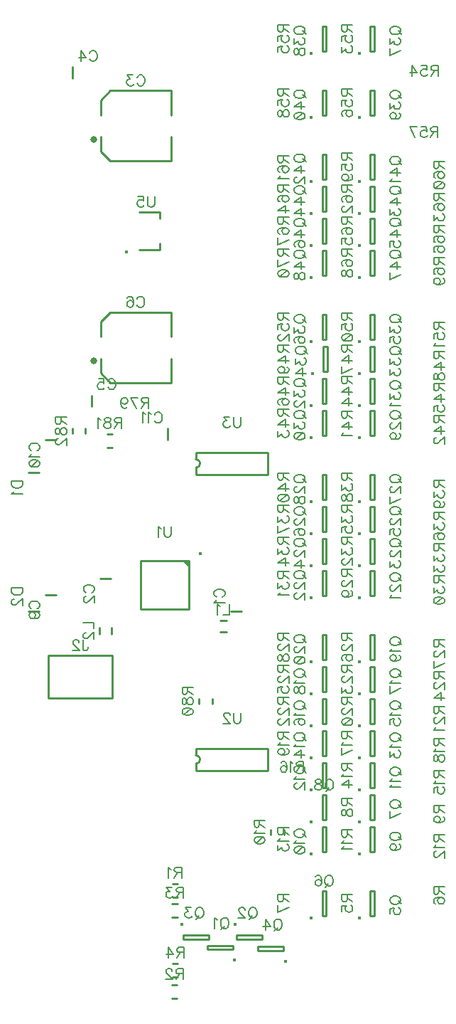
<source format=gbr>
G04 DipTrace 3.3.1.3*
G04 BottomSilk.gbr*
%MOIN*%
G04 #@! TF.FileFunction,Legend,Bot*
G04 #@! TF.Part,Single*
%ADD10C,0.009843*%
%ADD19C,0.031451*%
%ADD26C,0.015404*%
%ADD28C,0.015422*%
%ADD32O,0.016542X0.016422*%
%ADD37C,0.01542*%
%ADD85C,0.00772*%
%FSLAX26Y26*%
G04*
G70*
G90*
G75*
G01*
G04 BotSilk*
%LPD*%
X1611881Y2314841D2*
D10*
X1663022D1*
X1050522Y2466310D2*
X999381D1*
X1046643Y4422450D2*
X1331840D1*
X1001719Y4467330D2*
X1046643Y4422450D1*
Y4752450D2*
X1331840D1*
X1001719Y4707570D2*
X1046643Y4752450D1*
X1001719Y4536267D2*
Y4467330D1*
Y4707570D2*
Y4638633D1*
X1331840Y4536267D2*
Y4422450D1*
Y4752450D2*
Y4638633D1*
D19*
X969919Y4524453D3*
X871092Y4863022D2*
D10*
Y4811881D1*
X958593Y3325521D2*
Y3274379D1*
X1046643Y3384951D2*
X1331840D1*
X1001719Y3429831D2*
X1046643Y3384951D1*
Y3714951D2*
X1331840D1*
X1001719Y3670071D2*
X1046643Y3714951D1*
X1001719Y3498768D2*
Y3429831D1*
Y3670071D2*
Y3601134D1*
X1331840Y3498768D2*
Y3384951D1*
Y3714951D2*
Y3601134D1*
D19*
X969919Y3486954D3*
X794272Y2391310D2*
D10*
X743130D1*
X794272Y3116310D2*
X743130D1*
X1316311Y3118130D2*
Y3169272D1*
X713022Y2962332D2*
X661881D1*
Y2312571D2*
X713022D1*
X947902Y2106201D2*
X756202D1*
X1056202D2*
X756202D1*
X1056202Y1906201D2*
X756202D1*
X1056202Y2106201D2*
Y1906201D1*
X756202Y2106201D2*
Y1906201D1*
X1594171Y2216110D2*
X1562671D1*
X1594171Y2271228D2*
X1562671D1*
X1052542Y2237920D2*
Y2206420D1*
X997424Y2237920D2*
Y2206420D1*
D26*
X1630802Y678993D3*
X1621601Y729135D2*
D10*
X1503496D1*
Y748820D1*
X1621601D1*
Y729135D1*
D26*
X1631604Y845910D3*
X1640805Y795768D2*
D10*
X1758909D1*
Y776083D1*
X1640805D1*
Y795768D1*
D26*
X1381604Y845910D3*
X1390805Y795768D2*
D10*
X1508909D1*
Y776083D1*
X1390805D1*
Y795768D1*
D26*
X1868300Y672741D3*
X1859100Y722883D2*
D10*
X1740995D1*
Y742568D1*
X1859100D1*
Y722883D1*
D28*
X2216492Y876386D3*
X2266634Y885587D2*
D10*
Y1003692D1*
X2286319D1*
Y885587D1*
X2266634D1*
D28*
X1991492Y876386D3*
X2041634Y885587D2*
D10*
Y1003692D1*
X2061319D1*
Y885587D1*
X2041634D1*
D28*
X2216492Y1326385D3*
X2266634Y1335585D2*
D10*
Y1453690D1*
X2286319D1*
Y1335585D1*
X2266634D1*
D28*
X1991492Y1326385D3*
X2041634Y1335585D2*
D10*
Y1453690D1*
X2061319D1*
Y1335585D1*
X2041634D1*
D28*
X2216492Y1176386D3*
X2266634Y1185587D2*
D10*
Y1303692D1*
X2286319D1*
Y1185587D1*
X2266634D1*
D28*
X1991492Y1176386D3*
X2041634Y1185587D2*
D10*
Y1303692D1*
X2061319D1*
Y1185587D1*
X2041634D1*
D28*
X2216492Y1476386D3*
X2266634Y1485587D2*
D10*
Y1603692D1*
X2286319D1*
Y1485587D1*
X2266634D1*
D28*
X1991492Y1476386D3*
X2041634Y1485587D2*
D10*
Y1603692D1*
X2061319D1*
Y1485587D1*
X2041634D1*
D28*
X2216492Y1626385D3*
X2266634Y1635585D2*
D10*
Y1753690D1*
X2286319D1*
Y1635585D1*
X2266634D1*
D28*
X1991492Y1626385D3*
X2041634Y1635585D2*
D10*
Y1753690D1*
X2061319D1*
Y1635585D1*
X2041634D1*
D28*
X2216492Y1776386D3*
X2266634Y1785587D2*
D10*
Y1903692D1*
X2286319D1*
Y1785587D1*
X2266634D1*
D28*
X1991492Y1776386D3*
X2041634Y1785587D2*
D10*
Y1903692D1*
X2061319D1*
Y1785587D1*
X2041634D1*
D28*
X2216492Y1926385D3*
X2266634Y1935585D2*
D10*
Y2053690D1*
X2286319D1*
Y1935585D1*
X2266634D1*
D28*
X1991492Y1926385D3*
X2041634Y1935585D2*
D10*
Y2053690D1*
X2061319D1*
Y1935585D1*
X2041634D1*
D28*
X2216492Y2076386D3*
X2266634Y2085587D2*
D10*
Y2203692D1*
X2286319D1*
Y2085587D1*
X2266634D1*
D28*
X1991492Y2076386D3*
X2041634Y2085587D2*
D10*
Y2203692D1*
X2061319D1*
Y2085587D1*
X2041634D1*
D28*
X2216492Y2376386D3*
X2266634Y2385587D2*
D10*
Y2503692D1*
X2286319D1*
Y2385587D1*
X2266634D1*
D28*
X1991492Y2376386D3*
X2041634Y2385587D2*
D10*
Y2503692D1*
X2061319D1*
Y2385587D1*
X2041634D1*
D28*
X2216492Y2526386D3*
X2266634Y2535587D2*
D10*
Y2653692D1*
X2286319D1*
Y2535587D1*
X2266634D1*
D28*
X1991492Y2526386D3*
X2041634Y2535587D2*
D10*
Y2653692D1*
X2061319D1*
Y2535587D1*
X2041634D1*
D28*
X2216492Y2676386D3*
X2266634Y2685587D2*
D10*
Y2803692D1*
X2286319D1*
Y2685587D1*
X2266634D1*
D28*
X1991492Y2676386D3*
X2041634Y2685587D2*
D10*
Y2803692D1*
X2061319D1*
Y2685587D1*
X2041634D1*
D28*
X2216492Y2826386D3*
X2266634Y2835587D2*
D10*
Y2953692D1*
X2286319D1*
Y2835587D1*
X2266634D1*
D28*
X1991492Y2826386D3*
X2041634Y2835587D2*
D10*
Y2953692D1*
X2061319D1*
Y2835587D1*
X2041634D1*
D28*
X2216492Y3126386D3*
X2266634Y3135587D2*
D10*
Y3253692D1*
X2286319D1*
Y3135587D1*
X2266634D1*
D28*
X1991492Y3126386D3*
X2041634Y3135587D2*
D10*
Y3253692D1*
X2061319D1*
Y3135587D1*
X2041634D1*
D28*
X2216492Y3276386D3*
X2266634Y3285587D2*
D10*
Y3403692D1*
X2286319D1*
Y3285587D1*
X2266634D1*
D28*
X1991492Y3276386D3*
X2041634Y3285587D2*
D10*
Y3403692D1*
X2061319D1*
Y3285587D1*
X2041634D1*
D28*
X2216492Y3426386D3*
X2266634Y3435587D2*
D10*
Y3553692D1*
X2286319D1*
Y3435587D1*
X2266634D1*
D28*
X1997743Y3426386D3*
X2047884Y3435587D2*
D10*
Y3553692D1*
X2067570D1*
Y3435587D1*
X2047884D1*
D28*
X2216492Y3576386D3*
X2266634Y3585587D2*
D10*
Y3703692D1*
X2286319D1*
Y3585587D1*
X2266634D1*
D28*
X1991492Y3576386D3*
X2041634Y3585587D2*
D10*
Y3703692D1*
X2061319D1*
Y3585587D1*
X2041634D1*
D28*
X2216492Y4926386D3*
X2266634Y4935587D2*
D10*
Y5053692D1*
X2286319D1*
Y4935587D1*
X2266634D1*
D28*
X1991492Y4926386D3*
X2041634Y4935587D2*
D10*
Y5053692D1*
X2061319D1*
Y4935587D1*
X2041634D1*
D28*
X2216492Y4626386D3*
X2266634Y4635587D2*
D10*
Y4753692D1*
X2286319D1*
Y4635587D1*
X2266634D1*
D28*
X1991492Y4626386D3*
X2041634Y4635587D2*
D10*
Y4753692D1*
X2061319D1*
Y4635587D1*
X2041634D1*
D28*
X2216492Y4326386D3*
X2266634Y4335587D2*
D10*
Y4453692D1*
X2286319D1*
Y4335587D1*
X2266634D1*
D28*
X1991492Y4326386D3*
X2041634Y4335587D2*
D10*
Y4453692D1*
X2061319D1*
Y4335587D1*
X2041634D1*
D28*
X2216492Y4176386D3*
X2266634Y4185587D2*
D10*
Y4303692D1*
X2286319D1*
Y4185587D1*
X2266634D1*
D28*
X1991492Y4176386D3*
X2041634Y4185587D2*
D10*
Y4303692D1*
X2061319D1*
Y4185587D1*
X2041634D1*
D28*
X2216492Y4026386D3*
X2266634Y4035587D2*
D10*
Y4153692D1*
X2286319D1*
Y4035587D1*
X2266634D1*
D28*
X1991492Y4026386D3*
X2041634Y4035587D2*
D10*
Y4153692D1*
X2061319D1*
Y4035587D1*
X2041634D1*
D28*
X2216492Y3876386D3*
X2266634Y3885587D2*
D10*
Y4003692D1*
X2286319D1*
Y3885587D1*
X2266634D1*
D28*
X1991492Y3876386D3*
X2041634Y3885587D2*
D10*
Y4003692D1*
X2061319D1*
Y3885587D1*
X2041634D1*
X1362864Y974736D2*
X1339304D1*
X1362864Y1037665D2*
X1339304D1*
X1336007Y562665D2*
X1359566D1*
X1336007Y499736D2*
X1359566D1*
X1338073Y943916D2*
X1361633D1*
X1338073Y880987D2*
X1361633D1*
X1362864Y599736D2*
X1339304D1*
X1362864Y662665D2*
X1339304D1*
X1799738Y1268289D2*
Y1291848D1*
X1862667Y1268289D2*
Y1291848D1*
X1462236Y1880789D2*
Y1904348D1*
X1525165Y1880789D2*
Y1904348D1*
X1056613Y3080987D2*
X1033054D1*
X1056613Y3143916D2*
X1033054D1*
X931416Y3169113D2*
Y3145554D1*
X868487Y3169113D2*
Y3145554D1*
X1417508Y2551929D2*
X1189185D1*
Y2323565D1*
X1417508D1*
Y2551929D1*
D32*
X1469161Y2583044D3*
G36*
X1417508Y2551929D2*
Y2520436D1*
X1386015Y2551929D1*
X1417508D1*
G37*
X1449404Y1670873D2*
D10*
X1787997D1*
X1449404Y1568497D2*
X1787997D1*
Y1670873D2*
Y1568497D1*
X1449404Y1670873D2*
Y1639380D1*
Y1599991D2*
Y1568497D1*
Y1639380D2*
G02X1449404Y1599991I12J-19694D01*
G01*
Y3057339D2*
X1787997D1*
X1449404Y2954963D2*
X1787997D1*
Y3057339D2*
Y2954963D1*
X1449404Y3057339D2*
Y3025845D1*
Y2986456D2*
Y2954963D1*
Y3025845D2*
G02X1449404Y2986456I12J-19694D01*
G01*
X1183085Y4007923D2*
X1281491D1*
Y4037464D1*
Y4155549D2*
Y4185089D1*
X1183085D1*
D37*
X1124455Y3998826D3*
X1546639Y2381499D2*
D85*
X1541886Y2383876D1*
X1537077Y2388684D1*
X1534701Y2393438D1*
Y2402999D1*
X1537077Y2407808D1*
X1541886Y2412561D1*
X1546639Y2414993D1*
X1553824Y2417369D1*
X1565818D1*
X1572947Y2414993D1*
X1577756Y2412561D1*
X1582509Y2407808D1*
X1584941Y2402999D1*
Y2393437D1*
X1582509Y2388684D1*
X1577756Y2383876D1*
X1572947Y2381499D1*
X1544318Y2366060D2*
X1541886Y2361252D1*
X1534756Y2354067D1*
X1584941D1*
X934139Y2401964D2*
X929386Y2404341D1*
X924577Y2409150D1*
X922201Y2413903D1*
Y2423464D1*
X924577Y2428273D1*
X929386Y2433026D1*
X934139Y2435458D1*
X941324Y2437834D1*
X953318D1*
X960447Y2435458D1*
X965256Y2433026D1*
X970009Y2428273D1*
X972441Y2423464D1*
Y2413903D1*
X970009Y2409149D1*
X965256Y2404341D1*
X960447Y2401964D1*
X934194Y2384093D2*
X931818D1*
X927009Y2381717D1*
X924633Y2379340D1*
X922256Y2374532D1*
Y2364970D1*
X924633Y2360217D1*
X927009Y2357840D1*
X931818Y2355409D1*
X936571D1*
X941379Y2357840D1*
X948509Y2362594D1*
X972441Y2386525D1*
Y2353032D1*
X1173311Y4813735D2*
X1175687Y4818488D1*
X1180496Y4823297D1*
X1185249Y4825673D1*
X1194811D1*
X1199619Y4823297D1*
X1204372Y4818488D1*
X1206804Y4813735D1*
X1209181Y4806550D1*
Y4794556D1*
X1206804Y4787427D1*
X1204372Y4782618D1*
X1199619Y4777865D1*
X1194811Y4775433D1*
X1185249D1*
X1180496Y4777865D1*
X1175687Y4782618D1*
X1173311Y4787427D1*
X1153063Y4825618D2*
X1126810D1*
X1141125Y4806495D1*
X1133940D1*
X1129187Y4804118D1*
X1126810Y4801741D1*
X1124378Y4794556D1*
Y4789803D1*
X1126810Y4782618D1*
X1131563Y4777810D1*
X1138748Y4775433D1*
X1145933D1*
X1153063Y4777810D1*
X1155440Y4780242D1*
X1157872Y4784995D1*
X949688Y4928264D2*
X952065Y4933017D1*
X956873Y4937825D1*
X961626Y4940202D1*
X971188D1*
X975996Y4937825D1*
X980750Y4933017D1*
X983181Y4928264D1*
X985558Y4921079D1*
Y4909085D1*
X983181Y4901956D1*
X980750Y4897147D1*
X975996Y4892394D1*
X971188Y4889962D1*
X961626D1*
X956873Y4892394D1*
X952065Y4897147D1*
X949688Y4901956D1*
X910317Y4889962D2*
Y4940147D1*
X934249Y4906709D1*
X898379D1*
X1036001Y3390763D2*
X1038378Y3395516D1*
X1043186Y3400324D1*
X1047939Y3402701D1*
X1057501D1*
X1062309Y3400324D1*
X1067063Y3395516D1*
X1069494Y3390763D1*
X1071871Y3383578D1*
Y3371584D1*
X1069494Y3364454D1*
X1067063Y3359646D1*
X1062309Y3354893D1*
X1057501Y3352461D1*
X1047939D1*
X1043186Y3354893D1*
X1038378Y3359646D1*
X1036001Y3364454D1*
X991877Y3402645D2*
X1015753D1*
X1018130Y3381146D1*
X1015753Y3383522D1*
X1008568Y3385954D1*
X1001439D1*
X994254Y3383522D1*
X989445Y3378769D1*
X987069Y3371584D1*
Y3366831D1*
X989445Y3359646D1*
X994254Y3354837D1*
X1001439Y3352461D1*
X1008568D1*
X1015753Y3354837D1*
X1018130Y3357269D1*
X1020562Y3362022D1*
X1172095Y3776236D2*
X1174472Y3780989D1*
X1179280Y3785798D1*
X1184033Y3788175D1*
X1193595D1*
X1198403Y3785798D1*
X1203156Y3780989D1*
X1205588Y3776236D1*
X1207965Y3769051D1*
Y3757058D1*
X1205588Y3749928D1*
X1203156Y3745120D1*
X1198403Y3740366D1*
X1193595Y3737935D1*
X1184033D1*
X1179280Y3740366D1*
X1174472Y3745120D1*
X1172095Y3749928D1*
X1127971Y3780989D2*
X1130347Y3785743D1*
X1137532Y3788119D1*
X1142286D1*
X1149471Y3785743D1*
X1154279Y3778558D1*
X1156656Y3766619D1*
Y3754681D1*
X1154279Y3745120D1*
X1149471Y3740311D1*
X1142286Y3737935D1*
X1139909D1*
X1132779Y3740311D1*
X1127971Y3745120D1*
X1125594Y3752305D1*
Y3754681D1*
X1127971Y3761866D1*
X1132779Y3766619D1*
X1139909Y3768996D1*
X1142286D1*
X1149471Y3766619D1*
X1154279Y3761866D1*
X1156656Y3754681D1*
X677888Y2325776D2*
X673135Y2328153D1*
X668327Y2332961D1*
X665950Y2337714D1*
Y2347276D1*
X668327Y2352084D1*
X673135Y2356838D1*
X677888Y2359269D1*
X685073Y2361646D1*
X697067D1*
X704197Y2359269D1*
X709005Y2356838D1*
X713758Y2352084D1*
X716190Y2347276D1*
Y2337714D1*
X713758Y2332961D1*
X709005Y2328153D1*
X704197Y2325776D1*
X682697Y2279220D2*
X689882Y2281652D1*
X694690Y2286405D1*
X697067Y2293590D1*
Y2295967D1*
X694690Y2303152D1*
X689882Y2307905D1*
X682697Y2310337D1*
X680320D1*
X673135Y2307905D1*
X668382Y2303152D1*
X666005Y2295967D1*
Y2293590D1*
X668382Y2286405D1*
X673135Y2281652D1*
X682697Y2279220D1*
X694690D1*
X706629Y2281652D1*
X713814Y2286405D1*
X716190Y2293590D1*
Y2298343D1*
X713814Y2305528D1*
X709005Y2307905D1*
X677888Y3065681D2*
X673135Y3068057D1*
X668327Y3072866D1*
X665950Y3077619D1*
Y3087181D1*
X668327Y3091989D1*
X673135Y3096742D1*
X677888Y3099174D1*
X685073Y3101551D1*
X697067D1*
X704197Y3099174D1*
X709005Y3096742D1*
X713758Y3091989D1*
X716190Y3087181D1*
Y3077619D1*
X713758Y3072866D1*
X709005Y3068057D1*
X704197Y3065681D1*
X675567Y3050242D2*
X673135Y3045433D1*
X666005Y3038248D1*
X716190D1*
X666005Y3008439D2*
X668382Y3015624D1*
X675567Y3020432D1*
X687505Y3022809D1*
X694690D1*
X706629Y3020432D1*
X713814Y3015624D1*
X716190Y3008439D1*
Y3003686D1*
X713814Y2996501D1*
X706629Y2991747D1*
X694690Y2989316D1*
X687505D1*
X675567Y2991747D1*
X668382Y2996501D1*
X666005Y3003686D1*
Y3008439D1*
X675567Y2991747D2*
X706629Y3020432D1*
X1254932Y3234513D2*
X1257309Y3239266D1*
X1262117Y3244075D1*
X1266870Y3246451D1*
X1276432D1*
X1281240Y3244075D1*
X1285994Y3239266D1*
X1288425Y3234513D1*
X1290802Y3227328D1*
Y3215335D1*
X1288425Y3208205D1*
X1285994Y3203396D1*
X1281240Y3198643D1*
X1276432Y3196211D1*
X1266870D1*
X1262117Y3198643D1*
X1257309Y3203396D1*
X1254932Y3208205D1*
X1239493Y3236835D2*
X1234684Y3239266D1*
X1227499Y3246396D1*
Y3196211D1*
X1212060Y3236835D2*
X1207252Y3239266D1*
X1200067Y3246396D1*
Y3196211D1*
X584701Y2923908D2*
X634941D1*
Y2907161D1*
X632509Y2899976D1*
X627756Y2895168D1*
X622947Y2892791D1*
X615818Y2890415D1*
X603824D1*
X596639Y2892791D1*
X591886Y2895168D1*
X587077Y2899976D1*
X584701Y2907161D1*
Y2923908D1*
X594318Y2874975D2*
X591886Y2870167D1*
X584756Y2862982D1*
X634941D1*
X584701Y2422671D2*
X634941D1*
Y2405924D1*
X632509Y2398739D1*
X627756Y2393931D1*
X622947Y2391554D1*
X615818Y2389178D1*
X603824D1*
X596639Y2391554D1*
X591886Y2393931D1*
X587077Y2398739D1*
X584701Y2405924D1*
Y2422671D1*
X596694Y2371307D2*
X594318D1*
X589509Y2368930D1*
X587133Y2366553D1*
X584756Y2361745D1*
Y2352183D1*
X587133Y2347430D1*
X589509Y2345054D1*
X594318Y2342622D1*
X599071D1*
X603879Y2345054D1*
X611009Y2349807D1*
X634941Y2373738D1*
Y2340245D1*
X918703Y2179424D2*
Y2141177D1*
X921079Y2133992D1*
X923511Y2131616D1*
X928264Y2129184D1*
X933073D1*
X937826Y2131616D1*
X940202Y2133992D1*
X942634Y2141177D1*
Y2145931D1*
X900831Y2167430D2*
Y2169807D1*
X898455Y2174615D1*
X896078Y2176992D1*
X891270Y2179369D1*
X881708D1*
X876955Y2176992D1*
X874578Y2174615D1*
X872147Y2169807D1*
Y2165054D1*
X874578Y2160245D1*
X879332Y2153116D1*
X903263Y2129184D1*
X869770D1*
X1606455Y2348420D2*
Y2298180D1*
X1577770D1*
X1562331Y2338803D2*
X1557523Y2341235D1*
X1550338Y2348365D1*
Y2298180D1*
X920232Y2260954D2*
X970472D1*
Y2232270D1*
X932226Y2214399D2*
X929849D1*
X925041Y2212022D1*
X922664Y2209645D1*
X920288Y2204837D1*
Y2195275D1*
X922664Y2190522D1*
X925041Y2188146D1*
X929849Y2185714D1*
X934602D1*
X939411Y2188146D1*
X946541Y2192899D1*
X970472Y2216830D1*
Y2183337D1*
X1589497Y878146D2*
X1594250Y875824D1*
X1599059Y871016D1*
X1601435Y866207D1*
X1603867Y859022D1*
Y847084D1*
X1601435Y839899D1*
X1599059Y835146D1*
X1594250Y830338D1*
X1589497Y827961D1*
X1579936D1*
X1575127Y830338D1*
X1570374Y835146D1*
X1567997Y839899D1*
X1565565Y847084D1*
Y859022D1*
X1567997Y866207D1*
X1570374Y871016D1*
X1575127Y875824D1*
X1579936Y878146D1*
X1589497D1*
X1582312Y837523D2*
X1567997Y823152D1*
X1550126Y868529D2*
X1545318Y870961D1*
X1538133Y878090D1*
Y827906D1*
X1720653Y926844D2*
X1725406Y924522D1*
X1730214Y919714D1*
X1732591Y914906D1*
X1735023Y907721D1*
Y895782D1*
X1732591Y888597D1*
X1730214Y883844D1*
X1725406Y879036D1*
X1720653Y876659D1*
X1711091D1*
X1706283Y879036D1*
X1701529Y883844D1*
X1699153Y888597D1*
X1696721Y895782D1*
Y907721D1*
X1699153Y914906D1*
X1701529Y919714D1*
X1706283Y924522D1*
X1711091Y926844D1*
X1720653D1*
X1713468Y886221D2*
X1699153Y871851D1*
X1678850Y914850D2*
Y917227D1*
X1676473Y922035D1*
X1674097Y924412D1*
X1669288Y926789D1*
X1659727D1*
X1654973Y924412D1*
X1652597Y922035D1*
X1650165Y917227D1*
Y912474D1*
X1652597Y907665D1*
X1657350Y900536D1*
X1681282Y876604D1*
X1647788D1*
X1470653Y926844D2*
X1475406Y924522D1*
X1480214Y919714D1*
X1482591Y914906D1*
X1485023Y907721D1*
Y895782D1*
X1482591Y888597D1*
X1480214Y883844D1*
X1475406Y879036D1*
X1470653Y876659D1*
X1461091D1*
X1456283Y879036D1*
X1451529Y883844D1*
X1449153Y888597D1*
X1446721Y895782D1*
Y907721D1*
X1449153Y914906D1*
X1451529Y919714D1*
X1456283Y924522D1*
X1461091Y926844D1*
X1470653D1*
X1463468Y886221D2*
X1449153Y871851D1*
X1426473Y926789D2*
X1400220D1*
X1414535Y907665D1*
X1407350D1*
X1402597Y905289D1*
X1400220Y902912D1*
X1397788Y895727D1*
Y890974D1*
X1400220Y883789D1*
X1404973Y878980D1*
X1412158Y876604D1*
X1419343D1*
X1426473Y878980D1*
X1428850Y881412D1*
X1431282Y886165D1*
X1838934Y871894D2*
X1843687Y869572D1*
X1848496Y864764D1*
X1850872Y859955D1*
X1853304Y852770D1*
Y840832D1*
X1850872Y833647D1*
X1848496Y828894D1*
X1843687Y824086D1*
X1838934Y821709D1*
X1829372D1*
X1824564Y824086D1*
X1819811Y828894D1*
X1817434Y833647D1*
X1815002Y840832D1*
Y852770D1*
X1817434Y859955D1*
X1819811Y864764D1*
X1824564Y869572D1*
X1829372Y871894D1*
X1838934D1*
X1831749Y831271D2*
X1817434Y816900D1*
X1775631Y821654D2*
Y871838D1*
X1799563Y838400D1*
X1763693D1*
X2359380Y965435D2*
X2361701Y970188D1*
X2366510Y974996D1*
X2371318Y977373D1*
X2378503Y979805D1*
X2390441D1*
X2397627Y977373D1*
X2402380Y974996D1*
X2407188Y970188D1*
X2409565Y965435D1*
Y955873D1*
X2407188Y951065D1*
X2402380Y946312D1*
X2397627Y943935D1*
X2390441Y941503D1*
X2378503D1*
X2371318Y943935D1*
X2366510Y946312D1*
X2361701Y951065D1*
X2359380Y955873D1*
Y965435D1*
X2400003Y958250D2*
X2414373Y943935D1*
X2359435Y897379D2*
Y921255D1*
X2380935Y923632D1*
X2378559Y921255D1*
X2376127Y914070D1*
Y906941D1*
X2378558Y899756D1*
X2383312Y894947D1*
X2390497Y892571D1*
X2395250D1*
X2402435Y894947D1*
X2407243Y899756D1*
X2409620Y906941D1*
Y914070D1*
X2407243Y921255D1*
X2404812Y923632D1*
X2400058Y926064D1*
X2078632Y1076915D2*
X2083385Y1074593D1*
X2088194Y1069785D1*
X2090570Y1064976D1*
X2093002Y1057791D1*
Y1045853D1*
X2090570Y1038668D1*
X2088194Y1033915D1*
X2083385Y1029107D1*
X2078632Y1026730D1*
X2069071D1*
X2064262Y1029107D1*
X2059509Y1033915D1*
X2057132Y1038668D1*
X2054701Y1045853D1*
Y1057791D1*
X2057132Y1064976D1*
X2059509Y1069785D1*
X2064262Y1074593D1*
X2069071Y1076915D1*
X2078632D1*
X2071447Y1036292D2*
X2057132Y1021921D1*
X2010576Y1069730D2*
X2012953Y1074483D1*
X2020138Y1076859D1*
X2024891D1*
X2032076Y1074483D1*
X2036885Y1067298D1*
X2039261Y1055360D1*
Y1043421D1*
X2036885Y1033860D1*
X2032076Y1029051D1*
X2024891Y1026675D1*
X2022515D1*
X2015385Y1029051D1*
X2010576Y1033860D1*
X2008200Y1041045D1*
Y1043421D1*
X2010576Y1050606D1*
X2015385Y1055360D1*
X2022515Y1057736D1*
X2024891D1*
X2032076Y1055360D1*
X2036885Y1050606D1*
X2039261Y1043421D1*
X2359380Y1415434D2*
X2361701Y1420187D1*
X2366510Y1424995D1*
X2371318Y1427372D1*
X2378503Y1429804D1*
X2390441D1*
X2397627Y1427372D1*
X2402380Y1424995D1*
X2407188Y1420187D1*
X2409565Y1415433D1*
Y1405872D1*
X2407188Y1401063D1*
X2402380Y1396310D1*
X2397627Y1393934D1*
X2390441Y1391502D1*
X2378503D1*
X2371318Y1393934D1*
X2366510Y1396310D1*
X2361701Y1401063D1*
X2359380Y1405872D1*
Y1415434D1*
X2400003Y1408248D2*
X2414373Y1393934D1*
X2409620Y1366501D2*
X2359435Y1342569D1*
Y1376063D1*
X2079821Y1526913D2*
X2084574Y1524592D1*
X2089382Y1519784D1*
X2091759Y1514975D1*
X2094191Y1507790D1*
Y1495852D1*
X2091759Y1488667D1*
X2089382Y1483914D1*
X2084574Y1479105D1*
X2079821Y1476729D1*
X2070259D1*
X2065450Y1479105D1*
X2060697Y1483914D1*
X2058321Y1488667D1*
X2055889Y1495852D1*
Y1507790D1*
X2058321Y1514975D1*
X2060697Y1519784D1*
X2065450Y1524592D1*
X2070259Y1526913D1*
X2079821D1*
X2072635Y1486290D2*
X2058321Y1471920D1*
X2028511Y1526858D2*
X2035641Y1524482D1*
X2038073Y1519728D1*
Y1514920D1*
X2035641Y1510167D1*
X2030888Y1507735D1*
X2021326Y1505358D1*
X2014141Y1502982D1*
X2009388Y1498173D1*
X2007011Y1493420D1*
Y1486235D1*
X2009388Y1481482D1*
X2011765Y1479050D1*
X2018950Y1476673D1*
X2028511D1*
X2035641Y1479050D1*
X2038073Y1481482D1*
X2040450Y1486235D1*
Y1493420D1*
X2038073Y1498173D1*
X2033265Y1502982D1*
X2026135Y1505358D1*
X2016573Y1507735D1*
X2011765Y1510167D1*
X2009388Y1514920D1*
Y1519728D1*
X2011765Y1524482D1*
X2018950Y1526858D1*
X2028511D1*
X2359380Y1264247D2*
X2361701Y1269000D1*
X2366510Y1273808D1*
X2371318Y1276185D1*
X2378503Y1278617D1*
X2390441D1*
X2397627Y1276185D1*
X2402380Y1273808D1*
X2407188Y1269000D1*
X2409565Y1264246D1*
Y1254685D1*
X2407188Y1249876D1*
X2402380Y1245123D1*
X2397627Y1242747D1*
X2390441Y1240315D1*
X2378503D1*
X2371318Y1242747D1*
X2366510Y1245123D1*
X2361701Y1249876D1*
X2359380Y1254685D1*
Y1264247D1*
X2400003Y1257061D2*
X2414373Y1242747D1*
X2376127Y1193759D2*
X2383312Y1196191D1*
X2388120Y1200944D1*
X2390497Y1208129D1*
Y1210506D1*
X2388120Y1217691D1*
X2383312Y1222444D1*
X2376127Y1224876D1*
X2373750D1*
X2366565Y1222444D1*
X2361812Y1217691D1*
X2359435Y1210506D1*
Y1208129D1*
X2361812Y1200944D1*
X2366565Y1196191D1*
X2376127Y1193759D1*
X2388120D1*
X2400058Y1196191D1*
X2407243Y1200944D1*
X2409620Y1208129D1*
Y1212882D1*
X2407243Y1220067D1*
X2402435Y1222444D1*
X1910558Y1279151D2*
X1912879Y1283904D1*
X1917688Y1288713D1*
X1922496Y1291089D1*
X1929681Y1293521D1*
X1941619D1*
X1948804Y1291089D1*
X1953557Y1288713D1*
X1958366Y1283904D1*
X1960743Y1279151D1*
Y1269590D1*
X1958366Y1264781D1*
X1953557Y1260028D1*
X1948804Y1257651D1*
X1941619Y1255219D1*
X1929681D1*
X1922496Y1257651D1*
X1917688Y1260028D1*
X1912879Y1264781D1*
X1910558Y1269590D1*
Y1279151D1*
X1951181Y1271966D2*
X1965551Y1257651D1*
X1920175Y1239780D2*
X1917743Y1234972D1*
X1910613Y1227787D1*
X1960798D1*
X1910613Y1197977D2*
X1912990Y1205163D1*
X1920175Y1209971D1*
X1932113Y1212348D1*
X1939298D1*
X1951236Y1209971D1*
X1958421Y1205162D1*
X1960798Y1197977D1*
Y1193224D1*
X1958421Y1186039D1*
X1951236Y1181286D1*
X1939298Y1178854D1*
X1932113D1*
X1920175Y1181286D1*
X1912990Y1186039D1*
X1910613Y1193224D1*
Y1197977D1*
X1920175Y1181286D2*
X1951236Y1209971D1*
X2359380Y1568401D2*
X2361701Y1573154D1*
X2366510Y1577963D1*
X2371318Y1580339D1*
X2378503Y1582771D1*
X2390441D1*
X2397627Y1580339D1*
X2402380Y1577963D1*
X2407188Y1573154D1*
X2409565Y1568401D1*
Y1558840D1*
X2407188Y1554031D1*
X2402380Y1549278D1*
X2397627Y1546901D1*
X2390441Y1544470D1*
X2378503D1*
X2371318Y1546901D1*
X2366510Y1549278D1*
X2361701Y1554031D1*
X2359380Y1558840D1*
Y1568401D1*
X2400003Y1561216D2*
X2414373Y1546901D1*
X2368997Y1529030D2*
X2366565Y1524222D1*
X2359435Y1517037D1*
X2409620D1*
X2368997Y1501598D2*
X2366565Y1496789D1*
X2359435Y1489604D1*
X2409620D1*
X1910558Y1579151D2*
X1912879Y1583904D1*
X1917688Y1588713D1*
X1922496Y1591089D1*
X1929681Y1593521D1*
X1941619D1*
X1948804Y1591089D1*
X1953557Y1588713D1*
X1958366Y1583904D1*
X1960743Y1579151D1*
Y1569590D1*
X1958366Y1564781D1*
X1953557Y1560028D1*
X1948804Y1557651D1*
X1941619Y1555219D1*
X1929681D1*
X1922496Y1557651D1*
X1917688Y1560028D1*
X1912879Y1564781D1*
X1910558Y1569590D1*
Y1579151D1*
X1951181Y1571966D2*
X1965551Y1557651D1*
X1920175Y1539780D2*
X1917743Y1534972D1*
X1910613Y1527787D1*
X1960798D1*
X1922551Y1509916D2*
X1920175D1*
X1915366Y1507539D1*
X1912990Y1505163D1*
X1910613Y1500354D1*
Y1490792D1*
X1912990Y1486039D1*
X1915366Y1483663D1*
X1920175Y1481231D1*
X1924928D1*
X1929736Y1483663D1*
X1936866Y1488416D1*
X1960798Y1512347D1*
Y1478854D1*
X2359380Y1729150D2*
X2361701Y1733903D1*
X2366510Y1738711D1*
X2371318Y1741088D1*
X2378503Y1743520D1*
X2390441D1*
X2397627Y1741088D1*
X2402380Y1738711D1*
X2407188Y1733903D1*
X2409565Y1729150D1*
Y1719588D1*
X2407188Y1714780D1*
X2402380Y1710027D1*
X2397627Y1707650D1*
X2390441Y1705218D1*
X2378503D1*
X2371318Y1707650D1*
X2366510Y1710027D1*
X2361701Y1714780D1*
X2359380Y1719588D1*
Y1729150D1*
X2400003Y1721965D2*
X2414373Y1707650D1*
X2368997Y1689779D2*
X2366565Y1684970D1*
X2359435Y1677785D1*
X2409620D1*
X2359435Y1657538D2*
Y1631285D1*
X2378559Y1645600D1*
Y1638415D1*
X2380935Y1633661D1*
X2383312Y1631285D1*
X2390497Y1628853D1*
X2395250D1*
X2402435Y1631285D1*
X2407243Y1636038D1*
X2409620Y1643223D1*
Y1650408D1*
X2407243Y1657538D1*
X2404812Y1659914D1*
X2400058Y1662346D1*
X1910558Y1730338D2*
X1912879Y1735091D1*
X1917688Y1739900D1*
X1922496Y1742276D1*
X1929681Y1744708D1*
X1941619D1*
X1948804Y1742276D1*
X1953557Y1739900D1*
X1958366Y1735091D1*
X1960743Y1730338D1*
Y1720776D1*
X1958366Y1715968D1*
X1953557Y1711215D1*
X1948804Y1708838D1*
X1941619Y1706406D1*
X1929681D1*
X1922496Y1708838D1*
X1917688Y1711215D1*
X1912879Y1715968D1*
X1910558Y1720777D1*
Y1730338D1*
X1951181Y1723153D2*
X1965551Y1708838D1*
X1920175Y1690967D2*
X1917743Y1686159D1*
X1910613Y1678974D1*
X1960798D1*
Y1639603D2*
X1910613D1*
X1944051Y1663534D1*
Y1627665D1*
X2359380Y1879151D2*
X2361701Y1883904D1*
X2366510Y1888713D1*
X2371318Y1891089D1*
X2378503Y1893521D1*
X2390441D1*
X2397627Y1891089D1*
X2402380Y1888713D1*
X2407188Y1883904D1*
X2409565Y1879151D1*
Y1869590D1*
X2407188Y1864781D1*
X2402380Y1860028D1*
X2397627Y1857651D1*
X2390441Y1855219D1*
X2378503D1*
X2371318Y1857651D1*
X2366510Y1860028D1*
X2361701Y1864781D1*
X2359380Y1869590D1*
Y1879151D1*
X2400003Y1871966D2*
X2414373Y1857651D1*
X2368997Y1839780D2*
X2366565Y1834972D1*
X2359435Y1827787D1*
X2409620D1*
X2359435Y1783663D2*
Y1807539D1*
X2380935Y1809916D1*
X2378559Y1807539D1*
X2376127Y1800354D1*
Y1793224D1*
X2378558Y1786039D1*
X2383312Y1781231D1*
X2390497Y1778854D1*
X2395250D1*
X2402435Y1781231D1*
X2407243Y1786039D1*
X2409620Y1793224D1*
Y1800354D1*
X2407243Y1807539D1*
X2404812Y1809916D1*
X2400058Y1812348D1*
X1910558Y1877935D2*
X1912879Y1882688D1*
X1917688Y1887497D1*
X1922496Y1889873D1*
X1929681Y1892305D1*
X1941619D1*
X1948804Y1889873D1*
X1953557Y1887497D1*
X1958366Y1882688D1*
X1960743Y1877935D1*
Y1868374D1*
X1958366Y1863565D1*
X1953558Y1858812D1*
X1948804Y1856435D1*
X1941619Y1854004D1*
X1929681D1*
X1922496Y1856435D1*
X1917688Y1858812D1*
X1912879Y1863565D1*
X1910558Y1868374D1*
Y1877935D1*
X1951181Y1870750D2*
X1965551Y1856435D1*
X1920175Y1838564D2*
X1917743Y1833756D1*
X1910613Y1826571D1*
X1960798D1*
X1917743Y1782447D2*
X1912990Y1784823D1*
X1910613Y1792008D1*
Y1796762D1*
X1912990Y1803947D1*
X1920175Y1808755D1*
X1932113Y1811132D1*
X1944051D1*
X1953613Y1808755D1*
X1958421Y1803947D1*
X1960798Y1796762D1*
Y1794385D1*
X1958421Y1787255D1*
X1953613Y1782447D1*
X1946428Y1780070D1*
X1944051D1*
X1936866Y1782447D1*
X1932113Y1787255D1*
X1929736Y1794385D1*
Y1796762D1*
X1932113Y1803947D1*
X1936866Y1808755D1*
X1944051Y1811132D1*
X2359380Y2029150D2*
X2361701Y2033903D1*
X2366510Y2038711D1*
X2371318Y2041088D1*
X2378503Y2043520D1*
X2390441D1*
X2397627Y2041088D1*
X2402380Y2038711D1*
X2407188Y2033903D1*
X2409565Y2029150D1*
Y2019588D1*
X2407188Y2014780D1*
X2402380Y2010027D1*
X2397627Y2007650D1*
X2390441Y2005218D1*
X2378503D1*
X2371318Y2007650D1*
X2366510Y2010027D1*
X2361701Y2014780D1*
X2359380Y2019588D1*
Y2029150D1*
X2400003Y2021965D2*
X2414373Y2007650D1*
X2368997Y1989779D2*
X2366565Y1984970D1*
X2359435Y1977785D1*
X2409620D1*
Y1952785D2*
X2359435Y1928853D1*
Y1962346D1*
X1910558Y2029122D2*
X1912879Y2033875D1*
X1917688Y2038684D1*
X1922496Y2041060D1*
X1929681Y2043492D1*
X1941619D1*
X1948804Y2041060D1*
X1953557Y2038684D1*
X1958366Y2033875D1*
X1960743Y2029122D1*
Y2019561D1*
X1958366Y2014752D1*
X1953557Y2009999D1*
X1948804Y2007622D1*
X1941619Y2005191D1*
X1929681D1*
X1922496Y2007622D1*
X1917688Y2009999D1*
X1912879Y2014752D1*
X1910558Y2019561D1*
Y2029122D1*
X1951181Y2021937D2*
X1965551Y2007622D1*
X1920175Y1989751D2*
X1917743Y1984943D1*
X1910613Y1977758D1*
X1960798D1*
X1910613Y1950380D2*
X1912990Y1957510D1*
X1917743Y1959942D1*
X1922551D1*
X1927304Y1957510D1*
X1929736Y1952757D1*
X1932113Y1943195D1*
X1934489Y1936010D1*
X1939298Y1931257D1*
X1944051Y1928881D1*
X1951236D1*
X1955989Y1931257D1*
X1958421Y1933634D1*
X1960798Y1940819D1*
Y1950380D1*
X1958421Y1957510D1*
X1955989Y1959942D1*
X1951236Y1962319D1*
X1944051D1*
X1939298Y1959942D1*
X1934490Y1955134D1*
X1932113Y1948004D1*
X1929736Y1938442D1*
X1927304Y1933634D1*
X1922551Y1931257D1*
X1917743D1*
X1912990Y1933634D1*
X1910613Y1940819D1*
Y1950380D1*
X2359380Y2177963D2*
X2361701Y2182716D1*
X2366510Y2187525D1*
X2371318Y2189901D1*
X2378503Y2192333D1*
X2390441D1*
X2397627Y2189901D1*
X2402380Y2187524D1*
X2407188Y2182716D1*
X2409565Y2177963D1*
Y2168401D1*
X2407188Y2163593D1*
X2402380Y2158840D1*
X2397627Y2156463D1*
X2390441Y2154031D1*
X2378503D1*
X2371318Y2156463D1*
X2366510Y2158840D1*
X2361701Y2163593D1*
X2359380Y2168401D1*
Y2177963D1*
X2400003Y2170778D2*
X2414373Y2156463D1*
X2368997Y2138592D2*
X2366565Y2133784D1*
X2359435Y2126598D1*
X2409620D1*
X2376127Y2080043D2*
X2383312Y2082474D1*
X2388120Y2087228D1*
X2390497Y2094413D1*
Y2096789D1*
X2388120Y2103974D1*
X2383312Y2108727D1*
X2376127Y2111159D1*
X2373750D1*
X2366565Y2108727D1*
X2361812Y2103974D1*
X2359435Y2096789D1*
Y2094413D1*
X2361812Y2087228D1*
X2366565Y2082474D1*
X2376127Y2080043D1*
X2388120D1*
X2400058Y2082474D1*
X2407243Y2087228D1*
X2409620Y2094413D1*
Y2099166D1*
X2407243Y2106351D1*
X2402435Y2108727D1*
X1910558Y2189901D2*
X1912879Y2194654D1*
X1917688Y2199463D1*
X1922496Y2201839D1*
X1929681Y2204271D1*
X1941619D1*
X1948804Y2201839D1*
X1953557Y2199463D1*
X1958366Y2194654D1*
X1960743Y2189901D1*
Y2180339D1*
X1958366Y2175531D1*
X1953557Y2170778D1*
X1948804Y2168401D1*
X1941619Y2165969D1*
X1929681D1*
X1922496Y2168401D1*
X1917688Y2170778D1*
X1912879Y2175531D1*
X1910558Y2180339D1*
Y2189901D1*
X1951181Y2182716D2*
X1965551Y2168401D1*
X1922551Y2148098D2*
X1920175D1*
X1915366Y2145722D1*
X1912990Y2143345D1*
X1910613Y2138537D1*
Y2128975D1*
X1912990Y2124222D1*
X1915366Y2121845D1*
X1920175Y2119413D1*
X1924928D1*
X1929736Y2121845D1*
X1936866Y2126598D1*
X1960798Y2150530D1*
Y2117037D1*
X1910613Y2087228D2*
X1912990Y2094413D1*
X1920175Y2099221D1*
X1932113Y2101598D1*
X1939298D1*
X1951236Y2099221D1*
X1958421Y2094413D1*
X1960798Y2087228D1*
Y2082474D1*
X1958421Y2075289D1*
X1951236Y2070536D1*
X1939298Y2068104D1*
X1932113D1*
X1920175Y2070536D1*
X1912990Y2075289D1*
X1910613Y2082474D1*
Y2087228D1*
X1920175Y2070536D2*
X1951236Y2099221D1*
X2359380Y2479151D2*
X2361701Y2483904D1*
X2366510Y2488713D1*
X2371318Y2491089D1*
X2378503Y2493521D1*
X2390441D1*
X2397627Y2491089D1*
X2402380Y2488713D1*
X2407188Y2483904D1*
X2409565Y2479151D1*
Y2469590D1*
X2407188Y2464781D1*
X2402380Y2460028D1*
X2397627Y2457651D1*
X2390441Y2455219D1*
X2378503D1*
X2371318Y2457651D1*
X2366510Y2460028D1*
X2361701Y2464781D1*
X2359380Y2469590D1*
Y2479151D1*
X2400003Y2471966D2*
X2414373Y2457651D1*
X2371374Y2437348D2*
X2368997D1*
X2364188Y2434972D1*
X2361812Y2432595D1*
X2359435Y2427787D1*
Y2418225D1*
X2361812Y2413472D1*
X2364188Y2411095D1*
X2368997Y2408664D1*
X2373750D1*
X2378559Y2411095D1*
X2385688Y2415849D1*
X2409620Y2439780D1*
Y2406287D1*
X2368997Y2390848D2*
X2366565Y2386039D1*
X2359435Y2378854D1*
X2409620D1*
X1910558Y2489901D2*
X1912879Y2494654D1*
X1917688Y2499463D1*
X1922496Y2501839D1*
X1929681Y2504271D1*
X1941619D1*
X1948804Y2501839D1*
X1953557Y2499463D1*
X1958366Y2494654D1*
X1960743Y2489901D1*
Y2480339D1*
X1958366Y2475531D1*
X1953557Y2470778D1*
X1948804Y2468401D1*
X1941619Y2465969D1*
X1929681D1*
X1922496Y2468401D1*
X1917688Y2470778D1*
X1912879Y2475531D1*
X1910558Y2480339D1*
Y2489901D1*
X1951181Y2482716D2*
X1965551Y2468401D1*
X1922551Y2448098D2*
X1920175D1*
X1915366Y2445722D1*
X1912990Y2443345D1*
X1910613Y2438537D1*
Y2428975D1*
X1912990Y2424222D1*
X1915366Y2421845D1*
X1920175Y2419413D1*
X1924928D1*
X1929736Y2421845D1*
X1936866Y2426598D1*
X1960798Y2450530D1*
Y2417037D1*
X1922551Y2399166D2*
X1920175D1*
X1915366Y2396789D1*
X1912990Y2394413D1*
X1910613Y2389604D1*
Y2380043D1*
X1912990Y2375289D1*
X1915366Y2372913D1*
X1920175Y2370481D1*
X1924928D1*
X1929736Y2372913D1*
X1936866Y2377666D1*
X1960798Y2401598D1*
Y2368104D1*
X2359380Y2639901D2*
X2361701Y2644654D1*
X2366510Y2649463D1*
X2371318Y2651839D1*
X2378503Y2654271D1*
X2390441D1*
X2397626Y2651839D1*
X2402380Y2649463D1*
X2407188Y2644654D1*
X2409565Y2639901D1*
Y2630339D1*
X2407188Y2625531D1*
X2402380Y2620778D1*
X2397627Y2618401D1*
X2390441Y2615969D1*
X2378503D1*
X2371318Y2618401D1*
X2366510Y2620778D1*
X2361701Y2625531D1*
X2359380Y2630339D1*
Y2639901D1*
X2400003Y2632716D2*
X2414373Y2618401D1*
X2371374Y2598098D2*
X2368997D1*
X2364188Y2595722D1*
X2361812Y2593345D1*
X2359435Y2588537D1*
Y2578975D1*
X2361812Y2574222D1*
X2364188Y2571845D1*
X2368997Y2569413D1*
X2373750D1*
X2378559Y2571845D1*
X2385688Y2576598D1*
X2409620Y2600530D1*
Y2567037D1*
X2359435Y2546789D2*
Y2520536D1*
X2378559Y2534851D1*
Y2527666D1*
X2380935Y2522913D1*
X2383312Y2520536D1*
X2390497Y2518104D1*
X2395250D1*
X2402435Y2520536D1*
X2407243Y2525289D1*
X2409620Y2532474D1*
Y2539659D1*
X2407243Y2546789D1*
X2404812Y2549166D1*
X2400058Y2551598D1*
X1910558Y2641089D2*
X1912879Y2645843D1*
X1917688Y2650651D1*
X1922496Y2653028D1*
X1929681Y2655459D1*
X1941619D1*
X1948804Y2653028D1*
X1953557Y2650651D1*
X1958366Y2645843D1*
X1960743Y2641089D1*
Y2631528D1*
X1958366Y2626719D1*
X1953557Y2621966D1*
X1948804Y2619590D1*
X1941619Y2617158D1*
X1929681D1*
X1922496Y2619590D1*
X1917688Y2621966D1*
X1912879Y2626719D1*
X1910558Y2631528D1*
Y2641089D1*
X1951181Y2633904D2*
X1965551Y2619590D1*
X1922551Y2599287D2*
X1920175D1*
X1915366Y2596910D1*
X1912990Y2594533D1*
X1910613Y2589725D1*
Y2580163D1*
X1912990Y2575410D1*
X1915366Y2573034D1*
X1920175Y2570602D1*
X1924928D1*
X1929736Y2573034D1*
X1936866Y2577787D1*
X1960798Y2601718D1*
Y2568225D1*
Y2528854D2*
X1910613D1*
X1944051Y2552786D1*
Y2516916D1*
X2359380Y2789901D2*
X2361701Y2794654D1*
X2366510Y2799463D1*
X2371318Y2801839D1*
X2378503Y2804271D1*
X2390441D1*
X2397626Y2801839D1*
X2402380Y2799463D1*
X2407188Y2794654D1*
X2409565Y2789901D1*
Y2780339D1*
X2407188Y2775531D1*
X2402380Y2770778D1*
X2397627Y2768401D1*
X2390441Y2765969D1*
X2378503D1*
X2371318Y2768401D1*
X2366510Y2770778D1*
X2361701Y2775531D1*
X2359380Y2780339D1*
Y2789901D1*
X2400003Y2782716D2*
X2414373Y2768401D1*
X2371374Y2748098D2*
X2368997D1*
X2364188Y2745722D1*
X2361812Y2743345D1*
X2359435Y2738537D1*
Y2728975D1*
X2361812Y2724222D1*
X2364188Y2721845D1*
X2368997Y2719413D1*
X2373750D1*
X2378559Y2721845D1*
X2385688Y2726598D1*
X2409620Y2750530D1*
Y2717037D1*
X2359435Y2672913D2*
Y2696789D1*
X2380935Y2699166D1*
X2378559Y2696789D1*
X2376127Y2689604D1*
Y2682474D1*
X2378558Y2675289D1*
X2383312Y2670481D1*
X2390497Y2668104D1*
X2395250D1*
X2402435Y2670481D1*
X2407243Y2675289D1*
X2409620Y2682474D1*
Y2689604D1*
X2407243Y2696789D1*
X2404812Y2699166D1*
X2400058Y2701598D1*
X1910558Y2788685D2*
X1912879Y2793438D1*
X1917688Y2798247D1*
X1922496Y2800623D1*
X1929681Y2803055D1*
X1941619D1*
X1948804Y2800623D1*
X1953557Y2798247D1*
X1958366Y2793438D1*
X1960743Y2788685D1*
Y2779124D1*
X1958366Y2774315D1*
X1953557Y2769562D1*
X1948804Y2767185D1*
X1941619Y2764753D1*
X1929681D1*
X1922496Y2767185D1*
X1917688Y2769562D1*
X1912879Y2774315D1*
X1910558Y2779124D1*
Y2788685D1*
X1951181Y2781500D2*
X1965551Y2767185D1*
X1922551Y2746882D2*
X1920175D1*
X1915366Y2744506D1*
X1912990Y2742129D1*
X1910613Y2737321D1*
Y2727759D1*
X1912990Y2723006D1*
X1915366Y2720629D1*
X1920175Y2718198D1*
X1924928D1*
X1929736Y2720629D1*
X1936866Y2725383D1*
X1960798Y2749314D1*
Y2715821D1*
X1917743Y2671697D2*
X1912990Y2674073D1*
X1910613Y2681258D1*
Y2686012D1*
X1912990Y2693197D1*
X1920175Y2698005D1*
X1932113Y2700382D1*
X1944051D1*
X1953613Y2698005D1*
X1958421Y2693197D1*
X1960798Y2686012D1*
Y2683635D1*
X1958421Y2676505D1*
X1953613Y2671697D1*
X1946428Y2669320D1*
X1944051D1*
X1936866Y2671697D1*
X1932113Y2676505D1*
X1929736Y2683635D1*
Y2686012D1*
X1932113Y2693197D1*
X1936866Y2698005D1*
X1944051Y2700382D1*
X2359380Y2939901D2*
X2361701Y2944654D1*
X2366510Y2949463D1*
X2371318Y2951839D1*
X2378503Y2954271D1*
X2390441D1*
X2397626Y2951839D1*
X2402380Y2949463D1*
X2407188Y2944654D1*
X2409565Y2939901D1*
Y2930339D1*
X2407188Y2925531D1*
X2402380Y2920778D1*
X2397627Y2918401D1*
X2390441Y2915969D1*
X2378503D1*
X2371318Y2918401D1*
X2366510Y2920778D1*
X2361701Y2925531D1*
X2359380Y2930339D1*
Y2939901D1*
X2400003Y2932716D2*
X2414373Y2918401D1*
X2371374Y2898098D2*
X2368997D1*
X2364188Y2895722D1*
X2361812Y2893345D1*
X2359435Y2888537D1*
Y2878975D1*
X2361812Y2874222D1*
X2364188Y2871845D1*
X2368997Y2869413D1*
X2373750D1*
X2378559Y2871845D1*
X2385688Y2876598D1*
X2409620Y2900530D1*
Y2867037D1*
Y2842036D2*
X2359435Y2818104D1*
Y2851598D1*
X1910558Y2939873D2*
X1912879Y2944627D1*
X1917688Y2949435D1*
X1922496Y2951812D1*
X1929681Y2954244D1*
X1941619D1*
X1948804Y2951812D1*
X1953557Y2949435D1*
X1958366Y2944627D1*
X1960743Y2939873D1*
Y2930312D1*
X1958366Y2925503D1*
X1953557Y2920750D1*
X1948804Y2918374D1*
X1941619Y2915942D1*
X1929681D1*
X1922496Y2918374D1*
X1917688Y2920750D1*
X1912879Y2925503D1*
X1910558Y2930312D1*
Y2939873D1*
X1951181Y2932688D2*
X1965551Y2918374D1*
X1922551Y2898071D2*
X1920175D1*
X1915366Y2895694D1*
X1912990Y2893317D1*
X1910613Y2888509D1*
Y2878947D1*
X1912990Y2874194D1*
X1915366Y2871818D1*
X1920175Y2869386D1*
X1924928D1*
X1929736Y2871818D1*
X1936866Y2876571D1*
X1960798Y2900502D1*
Y2867009D1*
X1910613Y2839632D2*
X1912990Y2846762D1*
X1917743Y2849193D1*
X1922551D1*
X1927304Y2846762D1*
X1929736Y2842008D1*
X1932113Y2832447D1*
X1934489Y2825262D1*
X1939298Y2820509D1*
X1944051Y2818132D1*
X1951236D1*
X1955989Y2820509D1*
X1958421Y2822885D1*
X1960798Y2830070D1*
Y2839632D1*
X1958421Y2846761D1*
X1955989Y2849193D1*
X1951236Y2851570D1*
X1944051D1*
X1939298Y2849193D1*
X1934490Y2844385D1*
X1932113Y2837255D1*
X1929736Y2827694D1*
X1927304Y2822885D1*
X1922551Y2820509D1*
X1917743D1*
X1912990Y2822885D1*
X1910613Y2830070D1*
Y2839632D1*
X2359380Y3238713D2*
X2361701Y3243466D1*
X2366510Y3248274D1*
X2371318Y3250651D1*
X2378503Y3253083D1*
X2390441D1*
X2397626Y3250651D1*
X2402380Y3248274D1*
X2407188Y3243466D1*
X2409565Y3238713D1*
Y3229151D1*
X2407188Y3224343D1*
X2402380Y3219590D1*
X2397627Y3217213D1*
X2390441Y3214781D1*
X2378503D1*
X2371318Y3217213D1*
X2366510Y3219590D1*
X2361701Y3224343D1*
X2359380Y3229151D1*
Y3238713D1*
X2400003Y3231528D2*
X2414373Y3217213D1*
X2371374Y3196910D2*
X2368997D1*
X2364188Y3194533D1*
X2361812Y3192157D1*
X2359435Y3187348D1*
Y3177787D1*
X2361812Y3173034D1*
X2364188Y3170657D1*
X2368997Y3168225D1*
X2373750D1*
X2378559Y3170657D1*
X2385688Y3175410D1*
X2409620Y3199342D1*
Y3165848D1*
X2376127Y3119293D2*
X2383312Y3121724D1*
X2388120Y3126478D1*
X2390497Y3133663D1*
Y3136039D1*
X2388120Y3143224D1*
X2383312Y3147977D1*
X2376127Y3150409D1*
X2373750D1*
X2366565Y3147977D1*
X2361812Y3143224D1*
X2359435Y3136039D1*
Y3133663D1*
X2361812Y3126478D1*
X2366565Y3121724D1*
X2376127Y3119293D1*
X2388120D1*
X2400058Y3121724D1*
X2407243Y3126478D1*
X2409620Y3133663D1*
Y3138416D1*
X2407243Y3145601D1*
X2402435Y3147977D1*
X1910558Y3239901D2*
X1912879Y3244654D1*
X1917688Y3249463D1*
X1922496Y3251839D1*
X1929681Y3254271D1*
X1941619D1*
X1948804Y3251839D1*
X1953557Y3249463D1*
X1958366Y3244654D1*
X1960743Y3239901D1*
Y3230339D1*
X1958366Y3225531D1*
X1953557Y3220778D1*
X1948804Y3218401D1*
X1941619Y3215969D1*
X1929681D1*
X1922496Y3218401D1*
X1917688Y3220778D1*
X1912879Y3225531D1*
X1910558Y3230339D1*
Y3239901D1*
X1951181Y3232716D2*
X1965551Y3218401D1*
X1910613Y3195722D2*
Y3169469D1*
X1929736Y3183783D1*
Y3176598D1*
X1932113Y3171845D1*
X1934490Y3169469D1*
X1941675Y3167037D1*
X1946428D1*
X1953613Y3169469D1*
X1958421Y3174222D1*
X1960798Y3181407D1*
Y3188592D1*
X1958421Y3195722D1*
X1955989Y3198098D1*
X1951236Y3200530D1*
X1910613Y3137228D2*
X1912990Y3144413D1*
X1920175Y3149221D1*
X1932113Y3151598D1*
X1939298D1*
X1951236Y3149221D1*
X1958421Y3144413D1*
X1960798Y3137228D1*
Y3132474D1*
X1958421Y3125289D1*
X1951236Y3120536D1*
X1939298Y3118104D1*
X1932113D1*
X1920175Y3120536D1*
X1912990Y3125289D1*
X1910613Y3132474D1*
Y3137228D1*
X1920175Y3120536D2*
X1951236Y3149221D1*
X2359380Y3379151D2*
X2361701Y3383904D1*
X2366510Y3388713D1*
X2371318Y3391089D1*
X2378503Y3393521D1*
X2390441D1*
X2397627Y3391089D1*
X2402380Y3388713D1*
X2407188Y3383904D1*
X2409565Y3379151D1*
Y3369590D1*
X2407188Y3364781D1*
X2402380Y3360028D1*
X2397627Y3357651D1*
X2390441Y3355219D1*
X2378503D1*
X2371318Y3357651D1*
X2366510Y3360028D1*
X2361701Y3364781D1*
X2359380Y3369590D1*
Y3379151D1*
X2400003Y3371966D2*
X2414373Y3357651D1*
X2359435Y3334972D2*
Y3308719D1*
X2378559Y3323034D1*
Y3315849D1*
X2380935Y3311095D1*
X2383312Y3308719D1*
X2390497Y3306287D1*
X2395250D1*
X2402435Y3308719D1*
X2407243Y3313472D1*
X2409620Y3320657D1*
Y3327842D1*
X2407243Y3334972D1*
X2404812Y3337348D1*
X2400058Y3339780D1*
X2368997Y3290848D2*
X2366565Y3286039D1*
X2359435Y3278854D1*
X2409620D1*
X1910558Y3389901D2*
X1912879Y3394654D1*
X1917688Y3399463D1*
X1922496Y3401839D1*
X1929681Y3404271D1*
X1941619D1*
X1948804Y3401839D1*
X1953557Y3399463D1*
X1958366Y3394654D1*
X1960743Y3389901D1*
Y3380339D1*
X1958366Y3375531D1*
X1953557Y3370778D1*
X1948804Y3368401D1*
X1941619Y3365969D1*
X1929681D1*
X1922496Y3368401D1*
X1917688Y3370778D1*
X1912879Y3375531D1*
X1910558Y3380339D1*
Y3389901D1*
X1951181Y3382716D2*
X1965551Y3368401D1*
X1910613Y3345722D2*
Y3319469D1*
X1929736Y3333783D1*
Y3326598D1*
X1932113Y3321845D1*
X1934490Y3319469D1*
X1941675Y3317037D1*
X1946428D1*
X1953613Y3319469D1*
X1958421Y3324222D1*
X1960798Y3331407D1*
Y3338592D1*
X1958421Y3345722D1*
X1955989Y3348098D1*
X1951236Y3350530D1*
X1922551Y3299166D2*
X1920175D1*
X1915366Y3296789D1*
X1912990Y3294413D1*
X1910613Y3289604D1*
Y3280043D1*
X1912990Y3275289D1*
X1915366Y3272913D1*
X1920175Y3270481D1*
X1924928D1*
X1929736Y3272913D1*
X1936866Y3277666D1*
X1960798Y3301598D1*
Y3268104D1*
X2359380Y3539901D2*
X2361701Y3544654D1*
X2366510Y3549463D1*
X2371318Y3551839D1*
X2378503Y3554271D1*
X2390441D1*
X2397626Y3551839D1*
X2402380Y3549463D1*
X2407188Y3544654D1*
X2409565Y3539901D1*
Y3530339D1*
X2407188Y3525531D1*
X2402380Y3520778D1*
X2397627Y3518401D1*
X2390441Y3515969D1*
X2378503D1*
X2371318Y3518401D1*
X2366510Y3520778D1*
X2361701Y3525531D1*
X2359380Y3530339D1*
Y3539901D1*
X2400003Y3532716D2*
X2414373Y3518401D1*
X2359435Y3495722D2*
Y3469469D1*
X2378559Y3483783D1*
Y3476598D1*
X2380935Y3471845D1*
X2383312Y3469469D1*
X2390497Y3467037D1*
X2395250D1*
X2402435Y3469469D1*
X2407243Y3474222D1*
X2409620Y3481407D1*
Y3488592D1*
X2407243Y3495722D1*
X2404812Y3498098D1*
X2400058Y3500530D1*
X2359435Y3446789D2*
Y3420536D1*
X2378559Y3434851D1*
Y3427666D1*
X2380935Y3422913D1*
X2383312Y3420536D1*
X2390497Y3418104D1*
X2395250D1*
X2402435Y3420536D1*
X2407243Y3425289D1*
X2409620Y3432474D1*
Y3439659D1*
X2407243Y3446789D1*
X2404812Y3449166D1*
X2400058Y3451598D1*
X1916808Y3541089D2*
X1919130Y3545843D1*
X1923938Y3550651D1*
X1928747Y3553028D1*
X1935932Y3555459D1*
X1947870D1*
X1955055Y3553028D1*
X1959808Y3550651D1*
X1964617Y3545843D1*
X1966993Y3541089D1*
Y3531528D1*
X1964617Y3526719D1*
X1959808Y3521966D1*
X1955055Y3519590D1*
X1947870Y3517158D1*
X1935932D1*
X1928747Y3519590D1*
X1923938Y3521966D1*
X1919130Y3526719D1*
X1916808Y3531528D1*
Y3541089D1*
X1957432Y3533904D2*
X1971802Y3519590D1*
X1916864Y3496910D2*
Y3470657D1*
X1935987Y3484972D1*
Y3477787D1*
X1938364Y3473034D1*
X1940740Y3470657D1*
X1947925Y3468225D1*
X1952678D1*
X1959863Y3470657D1*
X1964672Y3475410D1*
X1967048Y3482595D1*
Y3489780D1*
X1964672Y3496910D1*
X1962240Y3499287D1*
X1957487Y3501718D1*
X1967048Y3428854D2*
X1916864D1*
X1950302Y3452786D1*
Y3416916D1*
X2359380Y3689901D2*
X2361701Y3694654D1*
X2366510Y3699463D1*
X2371318Y3701839D1*
X2378503Y3704271D1*
X2390441D1*
X2397626Y3701839D1*
X2402380Y3699463D1*
X2407188Y3694654D1*
X2409565Y3689901D1*
Y3680339D1*
X2407188Y3675531D1*
X2402380Y3670778D1*
X2397627Y3668401D1*
X2390441Y3665969D1*
X2378503D1*
X2371318Y3668401D1*
X2366510Y3670778D1*
X2361701Y3675531D1*
X2359380Y3680339D1*
Y3689901D1*
X2400003Y3682716D2*
X2414373Y3668401D1*
X2359435Y3645722D2*
Y3619469D1*
X2378559Y3633783D1*
Y3626598D1*
X2380935Y3621845D1*
X2383312Y3619469D1*
X2390497Y3617037D1*
X2395250D1*
X2402435Y3619469D1*
X2407243Y3624222D1*
X2409620Y3631407D1*
Y3638592D1*
X2407243Y3645722D1*
X2404812Y3648098D1*
X2400058Y3650530D1*
X2359435Y3572913D2*
Y3596789D1*
X2380935Y3599166D1*
X2378559Y3596789D1*
X2376127Y3589604D1*
Y3582474D1*
X2378558Y3575289D1*
X2383312Y3570481D1*
X2390497Y3568104D1*
X2395250D1*
X2402435Y3570481D1*
X2407243Y3575289D1*
X2409620Y3582474D1*
Y3589604D1*
X2407243Y3596789D1*
X2404812Y3599166D1*
X2400058Y3601598D1*
X1910558Y3688685D2*
X1912879Y3693438D1*
X1917688Y3698247D1*
X1922496Y3700623D1*
X1929681Y3703055D1*
X1941619D1*
X1948804Y3700623D1*
X1953557Y3698247D1*
X1958366Y3693438D1*
X1960743Y3688685D1*
Y3679124D1*
X1958366Y3674315D1*
X1953557Y3669562D1*
X1948804Y3667185D1*
X1941619Y3664753D1*
X1929681D1*
X1922496Y3667185D1*
X1917688Y3669562D1*
X1912879Y3674315D1*
X1910558Y3679124D1*
Y3688685D1*
X1951181Y3681500D2*
X1965551Y3667185D1*
X1910613Y3644506D2*
Y3618253D1*
X1929736Y3632568D1*
Y3625383D1*
X1932113Y3620629D1*
X1934490Y3618253D1*
X1941675Y3615821D1*
X1946428D1*
X1953613Y3618253D1*
X1958421Y3623006D1*
X1960798Y3630191D1*
Y3637376D1*
X1958421Y3644506D1*
X1955989Y3646882D1*
X1951236Y3649314D1*
X1917743Y3571697D2*
X1912990Y3574073D1*
X1910613Y3581258D1*
Y3586012D1*
X1912990Y3593197D1*
X1920175Y3598005D1*
X1932113Y3600382D1*
X1944051D1*
X1953613Y3598005D1*
X1958421Y3593197D1*
X1960798Y3586012D1*
Y3583635D1*
X1958421Y3576505D1*
X1953613Y3571697D1*
X1946428Y3569320D1*
X1944051D1*
X1936866Y3571697D1*
X1932113Y3576505D1*
X1929736Y3583635D1*
Y3586012D1*
X1932113Y3593197D1*
X1936866Y3598005D1*
X1944051Y3600382D1*
X2359380Y5039901D2*
X2361701Y5044654D1*
X2366510Y5049463D1*
X2371318Y5051839D1*
X2378503Y5054271D1*
X2390441D1*
X2397626Y5051839D1*
X2402380Y5049463D1*
X2407188Y5044654D1*
X2409565Y5039901D1*
Y5030339D1*
X2407188Y5025531D1*
X2402380Y5020778D1*
X2397627Y5018401D1*
X2390441Y5015969D1*
X2378503D1*
X2371318Y5018401D1*
X2366510Y5020778D1*
X2361701Y5025531D1*
X2359380Y5030339D1*
Y5039901D1*
X2400003Y5032716D2*
X2414373Y5018401D1*
X2359435Y4995722D2*
Y4969469D1*
X2378559Y4983783D1*
Y4976598D1*
X2380935Y4971845D1*
X2383312Y4969469D1*
X2390497Y4967037D1*
X2395250D1*
X2402435Y4969469D1*
X2407243Y4974222D1*
X2409620Y4981407D1*
Y4988592D1*
X2407243Y4995722D1*
X2404812Y4998098D1*
X2400058Y5000530D1*
X2409620Y4942036D2*
X2359435Y4918104D1*
Y4951598D1*
X1910558Y5039873D2*
X1912879Y5044627D1*
X1917688Y5049435D1*
X1922496Y5051812D1*
X1929681Y5054244D1*
X1941619D1*
X1948804Y5051812D1*
X1953557Y5049435D1*
X1958366Y5044627D1*
X1960743Y5039873D1*
Y5030312D1*
X1958366Y5025503D1*
X1953557Y5020750D1*
X1948804Y5018374D1*
X1941619Y5015942D1*
X1929681D1*
X1922496Y5018374D1*
X1917688Y5020750D1*
X1912879Y5025503D1*
X1910558Y5030312D1*
Y5039873D1*
X1951181Y5032688D2*
X1965551Y5018374D1*
X1910613Y4995694D2*
Y4969441D1*
X1929736Y4983756D1*
Y4976571D1*
X1932113Y4971818D1*
X1934490Y4969441D1*
X1941675Y4967009D1*
X1946428D1*
X1953613Y4969441D1*
X1958421Y4974194D1*
X1960798Y4981379D1*
Y4988564D1*
X1958421Y4995694D1*
X1955989Y4998071D1*
X1951236Y5000502D1*
X1910613Y4939632D2*
X1912990Y4946762D1*
X1917743Y4949193D1*
X1922551D1*
X1927304Y4946762D1*
X1929736Y4942008D1*
X1932113Y4932447D1*
X1934489Y4925262D1*
X1939298Y4920509D1*
X1944051Y4918132D1*
X1951236D1*
X1955989Y4920509D1*
X1958421Y4922885D1*
X1960798Y4930070D1*
Y4939632D1*
X1958421Y4946761D1*
X1955989Y4949193D1*
X1951236Y4951570D1*
X1944051D1*
X1939298Y4949193D1*
X1934490Y4944385D1*
X1932113Y4937255D1*
X1929736Y4927694D1*
X1927304Y4922885D1*
X1922551Y4920509D1*
X1917743D1*
X1912990Y4922885D1*
X1910613Y4930070D1*
Y4939632D1*
X2359380Y4738713D2*
X2361701Y4743466D1*
X2366510Y4748274D1*
X2371318Y4750651D1*
X2378503Y4753083D1*
X2390441D1*
X2397626Y4750651D1*
X2402380Y4748274D1*
X2407188Y4743466D1*
X2409565Y4738713D1*
Y4729151D1*
X2407188Y4724343D1*
X2402380Y4719590D1*
X2397627Y4717213D1*
X2390441Y4714781D1*
X2378503D1*
X2371318Y4717213D1*
X2366510Y4719590D1*
X2361701Y4724343D1*
X2359380Y4729151D1*
Y4738713D1*
X2400003Y4731528D2*
X2414373Y4717213D1*
X2359435Y4694533D2*
Y4668280D1*
X2378559Y4682595D1*
Y4675410D1*
X2380935Y4670657D1*
X2383312Y4668280D1*
X2390497Y4665849D1*
X2395250D1*
X2402435Y4668280D1*
X2407243Y4673034D1*
X2409620Y4680219D1*
Y4687404D1*
X2407243Y4694533D1*
X2404812Y4696910D1*
X2400058Y4699342D1*
X2376127Y4619293D2*
X2383312Y4621724D1*
X2388120Y4626478D1*
X2390497Y4633663D1*
Y4636039D1*
X2388120Y4643224D1*
X2383312Y4647977D1*
X2376127Y4650409D1*
X2373750D1*
X2366565Y4647977D1*
X2361812Y4643224D1*
X2359435Y4636039D1*
Y4633663D1*
X2361812Y4626478D1*
X2366565Y4621724D1*
X2376127Y4619293D1*
X2388120D1*
X2400058Y4621724D1*
X2407243Y4626478D1*
X2409620Y4633663D1*
Y4638416D1*
X2407243Y4645601D1*
X2402435Y4647977D1*
X1910558Y4741089D2*
X1912879Y4745843D1*
X1917688Y4750651D1*
X1922496Y4753028D1*
X1929681Y4755459D1*
X1941619D1*
X1948804Y4753028D1*
X1953557Y4750651D1*
X1958366Y4745843D1*
X1960743Y4741089D1*
Y4731528D1*
X1958366Y4726719D1*
X1953557Y4721966D1*
X1948804Y4719590D1*
X1941619Y4717158D1*
X1929681D1*
X1922496Y4719590D1*
X1917688Y4721966D1*
X1912879Y4726719D1*
X1910558Y4731528D1*
Y4741089D1*
X1951181Y4733904D2*
X1965551Y4719590D1*
X1960798Y4677787D2*
X1910613D1*
X1944051Y4701718D1*
Y4665849D1*
X1910613Y4636039D2*
X1912990Y4643224D1*
X1920175Y4648033D1*
X1932113Y4650409D1*
X1939298D1*
X1951236Y4648033D1*
X1958421Y4643224D1*
X1960798Y4636039D1*
Y4631286D1*
X1958421Y4624101D1*
X1951236Y4619348D1*
X1939298Y4616916D1*
X1932113D1*
X1920175Y4619348D1*
X1912990Y4624101D1*
X1910613Y4631286D1*
Y4636039D1*
X1920175Y4619348D2*
X1951236Y4648033D1*
X2359380Y4430339D2*
X2361701Y4435093D1*
X2366510Y4439901D1*
X2371318Y4442278D1*
X2378503Y4444710D1*
X2390441D1*
X2397627Y4442278D1*
X2402380Y4439901D1*
X2407188Y4435093D1*
X2409565Y4430339D1*
Y4420778D1*
X2407188Y4415969D1*
X2402380Y4411216D1*
X2397627Y4408840D1*
X2390441Y4406408D1*
X2378503D1*
X2371318Y4408840D1*
X2366510Y4411216D1*
X2361701Y4415969D1*
X2359380Y4420778D1*
Y4430339D1*
X2400003Y4423154D2*
X2414373Y4408840D1*
X2409620Y4367037D2*
X2359435D1*
X2392873Y4390969D1*
Y4355099D1*
X2368997Y4339659D2*
X2366565Y4334851D1*
X2359435Y4327666D1*
X2409620D1*
X1910558Y4441089D2*
X1912879Y4445843D1*
X1917688Y4450651D1*
X1922496Y4453028D1*
X1929681Y4455459D1*
X1941619D1*
X1948804Y4453028D1*
X1953557Y4450651D1*
X1958366Y4445843D1*
X1960743Y4441089D1*
Y4431528D1*
X1958366Y4426719D1*
X1953557Y4421966D1*
X1948804Y4419590D1*
X1941619Y4417158D1*
X1929681D1*
X1922496Y4419590D1*
X1917688Y4421966D1*
X1912879Y4426719D1*
X1910558Y4431528D1*
Y4441089D1*
X1951181Y4433904D2*
X1965551Y4419590D1*
X1960798Y4377787D2*
X1910613D1*
X1944051Y4401718D1*
Y4365849D1*
X1922551Y4347977D2*
X1920175D1*
X1915366Y4345601D1*
X1912990Y4343224D1*
X1910613Y4338416D1*
Y4328854D1*
X1912990Y4324101D1*
X1915366Y4321724D1*
X1920175Y4319293D1*
X1924928D1*
X1929736Y4321724D1*
X1936866Y4326478D1*
X1960798Y4350409D1*
Y4316916D1*
X2359380Y4291089D2*
X2361701Y4295843D1*
X2366510Y4300651D1*
X2371318Y4303028D1*
X2378503Y4305459D1*
X2390441D1*
X2397626Y4303028D1*
X2402380Y4300651D1*
X2407188Y4295843D1*
X2409565Y4291089D1*
Y4281528D1*
X2407188Y4276719D1*
X2402380Y4271966D1*
X2397627Y4269590D1*
X2390441Y4267158D1*
X2378503D1*
X2371318Y4269590D1*
X2366510Y4271966D1*
X2361701Y4276719D1*
X2359380Y4281528D1*
Y4291089D1*
X2400003Y4283904D2*
X2414373Y4269590D1*
X2409620Y4227787D2*
X2359435D1*
X2392873Y4251718D1*
Y4215849D1*
X2359435Y4195601D2*
Y4169348D1*
X2378559Y4183663D1*
Y4176478D1*
X2380935Y4171724D1*
X2383312Y4169348D1*
X2390497Y4166916D1*
X2395250D1*
X2402435Y4169348D1*
X2407243Y4174101D1*
X2409620Y4181286D1*
Y4188471D1*
X2407243Y4195601D1*
X2404812Y4197977D1*
X2400058Y4200409D1*
X1910558Y4292278D2*
X1912879Y4297031D1*
X1917688Y4301839D1*
X1922496Y4304216D1*
X1929681Y4306648D1*
X1941619D1*
X1948804Y4304216D1*
X1953557Y4301839D1*
X1958366Y4297031D1*
X1960743Y4292278D1*
Y4282716D1*
X1958366Y4277908D1*
X1953557Y4273154D1*
X1948804Y4270778D1*
X1941619Y4268346D1*
X1929681D1*
X1922496Y4270778D1*
X1917688Y4273154D1*
X1912879Y4277908D1*
X1910558Y4282716D1*
Y4292278D1*
X1951181Y4285093D2*
X1965551Y4270778D1*
X1960798Y4228975D2*
X1910613D1*
X1944051Y4252907D1*
Y4217037D1*
X1960798Y4177666D2*
X1910613D1*
X1944051Y4201598D1*
Y4165728D1*
X2359380Y4141089D2*
X2361701Y4145843D1*
X2366510Y4150651D1*
X2371318Y4153028D1*
X2378503Y4155459D1*
X2390441D1*
X2397626Y4153028D1*
X2402380Y4150651D1*
X2407188Y4145843D1*
X2409565Y4141089D1*
Y4131528D1*
X2407188Y4126719D1*
X2402380Y4121966D1*
X2397627Y4119590D1*
X2390441Y4117158D1*
X2378503D1*
X2371318Y4119590D1*
X2366510Y4121966D1*
X2361701Y4126719D1*
X2359380Y4131528D1*
Y4141089D1*
X2400003Y4133904D2*
X2414373Y4119590D1*
X2409620Y4077787D2*
X2359435D1*
X2392873Y4101718D1*
Y4065849D1*
X2359435Y4021724D2*
Y4045601D1*
X2380935Y4047977D1*
X2378559Y4045601D1*
X2376127Y4038416D1*
Y4031286D1*
X2378558Y4024101D1*
X2383312Y4019293D1*
X2390497Y4016916D1*
X2395250D1*
X2402435Y4019293D1*
X2407243Y4024101D1*
X2409620Y4031286D1*
Y4038416D1*
X2407243Y4045601D1*
X2404812Y4047977D1*
X2400058Y4050409D1*
X1910558Y4139873D2*
X1912879Y4144627D1*
X1917688Y4149435D1*
X1922496Y4151812D1*
X1929681Y4154244D1*
X1941619D1*
X1948804Y4151812D1*
X1953557Y4149435D1*
X1958366Y4144627D1*
X1960743Y4139873D1*
Y4130312D1*
X1958366Y4125503D1*
X1953557Y4120750D1*
X1948804Y4118374D1*
X1941619Y4115942D1*
X1929681D1*
X1922496Y4118374D1*
X1917688Y4120750D1*
X1912879Y4125503D1*
X1910558Y4130312D1*
Y4139873D1*
X1951181Y4132688D2*
X1965551Y4118374D1*
X1960798Y4076571D2*
X1910613D1*
X1944051Y4100502D1*
Y4064633D1*
X1917743Y4020509D2*
X1912990Y4022885D1*
X1910613Y4030070D1*
Y4034823D1*
X1912990Y4042008D1*
X1920175Y4046817D1*
X1932113Y4049193D1*
X1944051D1*
X1953613Y4046817D1*
X1958421Y4042008D1*
X1960798Y4034823D1*
Y4032447D1*
X1958421Y4025317D1*
X1953613Y4020509D1*
X1946428Y4018132D1*
X1944051D1*
X1936866Y4020509D1*
X1932113Y4025317D1*
X1929736Y4032447D1*
Y4034823D1*
X1932113Y4042008D1*
X1936866Y4046817D1*
X1944051Y4049193D1*
X2359380Y3991089D2*
X2361701Y3995843D1*
X2366510Y4000651D1*
X2371318Y4003028D1*
X2378503Y4005459D1*
X2390441D1*
X2397626Y4003028D1*
X2402380Y4000651D1*
X2407188Y3995843D1*
X2409565Y3991089D1*
Y3981528D1*
X2407188Y3976719D1*
X2402380Y3971966D1*
X2397627Y3969590D1*
X2390441Y3967158D1*
X2378503D1*
X2371318Y3969590D1*
X2366510Y3971966D1*
X2361701Y3976719D1*
X2359380Y3981528D1*
Y3991089D1*
X2400003Y3983904D2*
X2414373Y3969590D1*
X2409620Y3927787D2*
X2359435D1*
X2392873Y3951718D1*
Y3915849D1*
X2409620Y3890848D2*
X2359435Y3866916D1*
Y3900409D1*
X1910558Y3991062D2*
X1912879Y3995815D1*
X1917688Y4000623D1*
X1922496Y4003000D1*
X1929681Y4005432D1*
X1941619D1*
X1948804Y4003000D1*
X1953557Y4000623D1*
X1958366Y3995815D1*
X1960743Y3991062D1*
Y3981500D1*
X1958366Y3976692D1*
X1953557Y3971938D1*
X1948804Y3969562D1*
X1941619Y3967130D1*
X1929681D1*
X1922496Y3969562D1*
X1917688Y3971938D1*
X1912879Y3976692D1*
X1910558Y3981500D1*
Y3991062D1*
X1951181Y3983877D2*
X1965551Y3969562D1*
X1960798Y3927759D2*
X1910613D1*
X1944051Y3951691D1*
Y3915821D1*
X1910613Y3888443D2*
X1912990Y3895573D1*
X1917743Y3898005D1*
X1922551D1*
X1927304Y3895573D1*
X1929736Y3890820D1*
X1932113Y3881258D1*
X1934489Y3874073D1*
X1939298Y3869320D1*
X1944051Y3866944D1*
X1951236D1*
X1955989Y3869320D1*
X1958421Y3871697D1*
X1960798Y3878882D1*
Y3888443D1*
X1958421Y3895573D1*
X1955989Y3898005D1*
X1951236Y3900382D1*
X1944051D1*
X1939298Y3898005D1*
X1934490Y3893197D1*
X1932113Y3886067D1*
X1929736Y3876505D1*
X1927304Y3871697D1*
X1922551Y3869320D1*
X1917743D1*
X1912990Y3871697D1*
X1910613Y3878882D1*
Y3888443D1*
X1381547Y1090925D2*
X1360047D1*
X1352862Y1093357D1*
X1350430Y1095734D1*
X1348054Y1100487D1*
Y1105295D1*
X1350430Y1110048D1*
X1352862Y1112480D1*
X1360047Y1114857D1*
X1381547D1*
Y1064617D1*
X1364800Y1090925D2*
X1348054Y1064617D1*
X1332614Y1105240D2*
X1327806Y1107672D1*
X1320621Y1114802D1*
Y1064617D1*
X1388999Y615925D2*
X1367499D1*
X1360314Y618357D1*
X1357882Y620734D1*
X1355506Y625487D1*
Y630295D1*
X1357882Y635048D1*
X1360314Y637480D1*
X1367499Y639857D1*
X1388999D1*
Y589617D1*
X1372252Y615925D2*
X1355506Y589617D1*
X1337635Y627863D2*
Y630240D1*
X1335258Y635048D1*
X1332881Y637425D1*
X1328073Y639802D1*
X1318511D1*
X1313758Y637425D1*
X1311382Y635048D1*
X1308950Y630240D1*
Y625487D1*
X1311382Y620678D1*
X1316135Y613549D1*
X1340066Y589617D1*
X1306573D1*
X1391066Y997176D2*
X1369566D1*
X1362381Y999608D1*
X1359949Y1001984D1*
X1357573Y1006738D1*
Y1011546D1*
X1359949Y1016299D1*
X1362381Y1018731D1*
X1369566Y1021108D1*
X1391066D1*
Y970868D1*
X1374319Y997176D2*
X1357573Y970868D1*
X1337325Y1021052D2*
X1311072D1*
X1325387Y1001929D1*
X1318202D1*
X1313449Y999552D1*
X1311072Y997176D1*
X1308640Y989991D1*
Y985238D1*
X1311072Y978053D1*
X1315825Y973244D1*
X1323010Y970868D1*
X1330195D1*
X1337325Y973244D1*
X1339702Y975676D1*
X1342133Y980429D1*
X1393485Y715925D2*
X1371985D1*
X1364800Y718357D1*
X1362368Y720734D1*
X1359992Y725487D1*
Y730295D1*
X1362368Y735048D1*
X1364800Y737480D1*
X1371985Y739857D1*
X1393485D1*
Y689617D1*
X1376739Y715925D2*
X1359992Y689617D1*
X1320621D2*
Y739802D1*
X1344553Y706364D1*
X1308683D1*
X2158251Y986046D2*
Y964546D1*
X2155819Y957361D1*
X2153443Y954930D1*
X2148689Y952553D1*
X2143881D1*
X2139128Y954930D1*
X2136696Y957361D1*
X2134319Y964547D1*
Y986046D1*
X2184559D1*
X2158251Y969300D2*
X2184559Y952553D1*
X2134375Y908429D2*
Y932305D1*
X2155874Y934682D1*
X2153498Y932305D1*
X2151066Y925120D1*
Y917991D1*
X2153498Y910806D1*
X2158251Y905997D1*
X2165436Y903621D1*
X2170189D1*
X2177374Y905997D1*
X2182183Y910806D1*
X2184559Y917991D1*
Y925120D1*
X2182183Y932305D1*
X2179751Y934682D1*
X2174998Y937114D1*
X2589120Y1022330D2*
Y1000831D1*
X2586688Y993646D1*
X2584312Y991214D1*
X2579558Y988837D1*
X2574750D1*
X2569997Y991214D1*
X2567565Y993646D1*
X2565188Y1000831D1*
Y1022330D1*
X2615428D1*
X2589120Y1005584D2*
X2615428Y988837D1*
X2572373Y944713D2*
X2567620Y947090D1*
X2565244Y954275D1*
Y959028D1*
X2567620Y966213D1*
X2574805Y971021D1*
X2586744Y973398D1*
X2598682D1*
X2608243Y971021D1*
X2613052Y966213D1*
X2615428Y959028D1*
Y956651D1*
X2613052Y949521D1*
X2608243Y944713D1*
X2601058Y942336D1*
X2598682D1*
X2591497Y944713D1*
X2586743Y949521D1*
X2584367Y956651D1*
Y959028D1*
X2586744Y966213D1*
X2591497Y971021D1*
X2598682Y973398D1*
X1858633Y986046D2*
Y964546D1*
X1856201Y957361D1*
X1853824Y954930D1*
X1849071Y952553D1*
X1844263D1*
X1839509Y954930D1*
X1837077Y957361D1*
X1834701Y964547D1*
Y986046D1*
X1884941D1*
X1858633Y969300D2*
X1884941Y952553D1*
Y927552D2*
X1834756Y903621D1*
Y937114D1*
X2158251Y1436019D2*
Y1414519D1*
X2155819Y1407334D1*
X2153443Y1404902D1*
X2148689Y1402525D1*
X2143881D1*
X2139128Y1404902D1*
X2136696Y1407334D1*
X2134319Y1414519D1*
Y1436019D1*
X2184559D1*
X2158251Y1419272D2*
X2184559Y1402525D1*
X2134375Y1375148D2*
X2136751Y1382278D1*
X2141504Y1384710D1*
X2146313D1*
X2151066Y1382278D1*
X2153498Y1377525D1*
X2155874Y1367963D1*
X2158251Y1360778D1*
X2163059Y1356025D1*
X2167813Y1353648D1*
X2174998D1*
X2179751Y1356025D1*
X2182183Y1358401D1*
X2184559Y1365586D1*
Y1375148D1*
X2182183Y1382278D1*
X2179751Y1384710D1*
X2174998Y1387086D1*
X2167813D1*
X2163059Y1384710D1*
X2158251Y1379901D1*
X2155874Y1372771D1*
X2153498Y1363210D1*
X2151066Y1358401D1*
X2146313Y1356025D1*
X2141504D1*
X2136751Y1358401D1*
X2134375Y1365586D1*
Y1375148D1*
X2589120Y1403412D2*
Y1381912D1*
X2586688Y1374727D1*
X2584312Y1372295D1*
X2579558Y1369919D1*
X2574750D1*
X2569997Y1372295D1*
X2567565Y1374727D1*
X2565188Y1381912D1*
Y1403412D1*
X2615428D1*
X2589120Y1386665D2*
X2615428Y1369918D1*
X2581935Y1323363D2*
X2589120Y1325794D1*
X2593929Y1330548D1*
X2596305Y1337733D1*
Y1340109D1*
X2593929Y1347294D1*
X2589120Y1352047D1*
X2581935Y1354479D1*
X2579558D1*
X2572373Y1352047D1*
X2567620Y1347294D1*
X2565244Y1340109D1*
Y1337733D1*
X2567620Y1330548D1*
X2572373Y1325794D1*
X2581935Y1323363D1*
X2593929D1*
X2605867Y1325794D1*
X2613052Y1330548D1*
X2615428Y1337733D1*
Y1342486D1*
X2613052Y1349671D1*
X2608243Y1352047D1*
X1746478Y1334998D2*
Y1313498D1*
X1744046Y1306313D1*
X1741669Y1303881D1*
X1736916Y1301504D1*
X1732108D1*
X1727354Y1303881D1*
X1724923Y1306313D1*
X1722546Y1313498D1*
Y1334998D1*
X1772786D1*
X1746478Y1318251D2*
X1772786Y1301504D1*
X1732163Y1286065D2*
X1729731Y1281257D1*
X1722601Y1274072D1*
X1772786D1*
X1722601Y1244262D2*
X1724978Y1251447D1*
X1732163Y1256256D1*
X1744101Y1258632D1*
X1751286D1*
X1763224Y1256256D1*
X1770409Y1251447D1*
X1772786Y1244262D1*
Y1239509D1*
X1770409Y1232324D1*
X1763224Y1227571D1*
X1751286Y1225139D1*
X1744101D1*
X1732163Y1227571D1*
X1724978Y1232324D1*
X1722601Y1239509D1*
Y1244262D1*
X1732163Y1227571D2*
X1763224Y1256256D1*
X2158251Y1289013D2*
Y1267513D1*
X2155819Y1260328D1*
X2153443Y1257896D1*
X2148689Y1255519D1*
X2143881D1*
X2139128Y1257896D1*
X2136696Y1260328D1*
X2134319Y1267513D1*
Y1289013D1*
X2184559D1*
X2158251Y1272266D2*
X2184559Y1255519D1*
X2143936Y1240080D2*
X2141504Y1235272D1*
X2134375Y1228087D1*
X2184559D1*
X2143936Y1212648D2*
X2141504Y1207839D1*
X2134375Y1200654D1*
X2184559D1*
X2589119Y1268316D2*
Y1246817D1*
X2586687Y1239632D1*
X2584310Y1237200D1*
X2579557Y1234823D1*
X2574749D1*
X2569996Y1237200D1*
X2567564Y1239632D1*
X2565187Y1246817D1*
Y1268317D1*
X2615427Y1268316D1*
X2589119Y1251570D2*
X2615427Y1234823D1*
X2574804Y1219384D2*
X2572372Y1214576D1*
X2565242Y1207390D1*
X2615427D1*
X2577181Y1189519D2*
X2574804D1*
X2569996Y1187143D1*
X2567619Y1184766D1*
X2565242Y1179958D1*
Y1170396D1*
X2567619Y1165643D1*
X2569995Y1163266D1*
X2574804Y1160835D1*
X2579557D1*
X2584366Y1163266D1*
X2591495Y1168020D1*
X2615427Y1191951D1*
Y1158458D1*
X1858633Y1299763D2*
Y1278263D1*
X1856201Y1271078D1*
X1853824Y1268646D1*
X1849071Y1266269D1*
X1844263D1*
X1839509Y1268646D1*
X1837077Y1271078D1*
X1834701Y1278263D1*
Y1299763D1*
X1884941D1*
X1858633Y1283016D2*
X1884941Y1266269D1*
X1844318Y1250830D2*
X1841886Y1246022D1*
X1834756Y1238837D1*
X1884941D1*
X1834756Y1218589D2*
Y1192336D1*
X1853879Y1206651D1*
Y1199466D1*
X1856256Y1194713D1*
X1858633Y1192336D1*
X1865818Y1189904D1*
X1870571D1*
X1877756Y1192336D1*
X1882564Y1197089D1*
X1884941Y1204274D1*
Y1211459D1*
X1882564Y1218589D1*
X1880132Y1220966D1*
X1875379Y1223397D1*
X2158251Y1600951D2*
Y1579451D1*
X2155819Y1572266D1*
X2153443Y1569834D1*
X2148689Y1567458D1*
X2143881D1*
X2139128Y1569834D1*
X2136696Y1572266D1*
X2134319Y1579451D1*
Y1600951D1*
X2184559D1*
X2158251Y1584204D2*
X2184559Y1567458D1*
X2143936Y1552018D2*
X2141504Y1547210D1*
X2134375Y1540025D1*
X2184559D1*
Y1500654D2*
X2134375D1*
X2167813Y1524586D1*
Y1488716D1*
X2589120Y1568316D2*
Y1546817D1*
X2586688Y1539632D1*
X2584312Y1537200D1*
X2579558Y1534823D1*
X2574750D1*
X2569997Y1537200D1*
X2567565Y1539632D1*
X2565188Y1546817D1*
Y1568317D1*
X2615428Y1568316D1*
X2589120Y1551570D2*
X2615428Y1534823D1*
X2574805Y1519384D2*
X2572373Y1514576D1*
X2565244Y1507390D1*
X2615428D1*
X2565244Y1463266D2*
Y1487143D1*
X2586744Y1489519D1*
X2584367Y1487143D1*
X2581935Y1479958D1*
Y1472828D1*
X2584367Y1465643D1*
X2589120Y1460835D1*
X2596305Y1458458D1*
X2601058D1*
X2608243Y1460835D1*
X2613052Y1465643D1*
X2615428Y1472828D1*
Y1479958D1*
X2613052Y1487143D1*
X2610620Y1489519D1*
X2605867Y1491951D1*
X1953566Y1586054D2*
X1932067D1*
X1924882Y1588486D1*
X1922450Y1590862D1*
X1920073Y1595615D1*
Y1600424D1*
X1922450Y1605177D1*
X1924882Y1607609D1*
X1932067Y1609986D1*
X1953566D1*
Y1559746D1*
X1936820Y1586054D2*
X1920073Y1559746D1*
X1904634Y1600369D2*
X1899825Y1602801D1*
X1892640Y1609930D1*
Y1559746D1*
X1848516Y1602801D2*
X1850893Y1607554D1*
X1858078Y1609930D1*
X1862831D1*
X1870016Y1607554D1*
X1874825Y1600369D1*
X1877201Y1588430D1*
Y1576492D1*
X1874825Y1566931D1*
X1870016Y1562122D1*
X1862831Y1559746D1*
X1860454D1*
X1853325Y1562122D1*
X1848516Y1566931D1*
X1846140Y1574116D1*
Y1576492D1*
X1848516Y1583677D1*
X1853325Y1588430D1*
X1860454Y1590807D1*
X1862831D1*
X1870016Y1588430D1*
X1874825Y1583677D1*
X1877201Y1576492D1*
X2158251Y1749763D2*
Y1728263D1*
X2155819Y1721078D1*
X2153443Y1718646D1*
X2148689Y1716269D1*
X2143881D1*
X2139128Y1718646D1*
X2136696Y1721078D1*
X2134319Y1728263D1*
Y1749763D1*
X2184559D1*
X2158251Y1733016D2*
X2184559Y1716269D1*
X2143936Y1700830D2*
X2141504Y1696022D1*
X2134375Y1688837D1*
X2184559D1*
Y1663836D2*
X2134375Y1639904D1*
Y1673397D1*
X2589119Y1718289D2*
Y1696789D1*
X2586687Y1689604D1*
X2584310Y1687172D1*
X2579557Y1684796D1*
X2574749D1*
X2569996Y1687172D1*
X2567564Y1689604D1*
X2565187Y1696789D1*
Y1718289D1*
X2615427D1*
X2589119Y1701542D2*
X2615427Y1684796D1*
X2574804Y1669356D2*
X2572372Y1664548D1*
X2565242Y1657363D1*
X2615427D1*
X2565242Y1629985D2*
X2567619Y1637115D1*
X2572372Y1639547D1*
X2577181D1*
X2581934Y1637115D1*
X2584366Y1632362D1*
X2586742Y1622800D1*
X2589119Y1615615D1*
X2593927Y1610862D1*
X2598680Y1608486D1*
X2605865D1*
X2610619Y1610862D1*
X2613050Y1613239D1*
X2615427Y1620424D1*
Y1629985D1*
X2613051Y1637115D1*
X2610619Y1639547D1*
X2605865Y1641924D1*
X2598680D1*
X2593927Y1639547D1*
X2589119Y1634739D1*
X2586742Y1627609D1*
X2584366Y1618047D1*
X2581934Y1613239D1*
X2577181Y1610862D1*
X2572372D1*
X2567619Y1613239D1*
X2565242Y1620424D1*
Y1629985D1*
X1858633Y1748574D2*
Y1727075D1*
X1856201Y1719890D1*
X1853824Y1717458D1*
X1849071Y1715081D1*
X1844263D1*
X1839509Y1717458D1*
X1837077Y1719890D1*
X1834701Y1727075D1*
Y1748574D1*
X1884941D1*
X1858633Y1731828D2*
X1884941Y1715081D1*
X1844318Y1699642D2*
X1841886Y1694833D1*
X1834756Y1687648D1*
X1884941D1*
X1851447Y1641092D2*
X1858633Y1643524D1*
X1863441Y1648277D1*
X1865818Y1655462D1*
Y1657839D1*
X1863441Y1665024D1*
X1858633Y1669777D1*
X1851448Y1672209D1*
X1849071D1*
X1841886Y1669777D1*
X1837133Y1665024D1*
X1834756Y1657839D1*
Y1655463D1*
X1837133Y1648277D1*
X1841886Y1643524D1*
X1851447Y1641092D1*
X1863441D1*
X1875379Y1643524D1*
X1882564Y1648277D1*
X1884941Y1655462D1*
Y1660216D1*
X1882564Y1667401D1*
X1877756Y1669777D1*
X2158251Y1910513D2*
Y1889013D1*
X2155819Y1881828D1*
X2153443Y1879396D1*
X2148689Y1877019D1*
X2143881D1*
X2139128Y1879396D1*
X2136696Y1881828D1*
X2134319Y1889013D1*
Y1910513D1*
X2184559D1*
X2158251Y1893766D2*
X2184559Y1877019D1*
X2146313Y1859148D2*
X2143936D1*
X2139128Y1856772D1*
X2136751Y1854395D1*
X2134375Y1849587D1*
Y1840025D1*
X2136751Y1835272D1*
X2139128Y1832895D1*
X2143936Y1830463D1*
X2148689D1*
X2153498Y1832895D1*
X2160628Y1837648D1*
X2184559Y1861580D1*
Y1828087D1*
X2134375Y1798277D2*
X2136751Y1805462D1*
X2143936Y1810271D1*
X2155874Y1812648D1*
X2163059Y1812647D1*
X2174998Y1810271D1*
X2182183Y1805462D1*
X2184559Y1798277D1*
Y1793524D1*
X2182183Y1786339D1*
X2174998Y1781586D1*
X2163059Y1779154D1*
X2155874D1*
X2143936Y1781586D1*
X2136751Y1786339D1*
X2134375Y1793524D1*
Y1798277D1*
X2143936Y1781586D2*
X2174998Y1810271D1*
X2589120Y1868316D2*
Y1846817D1*
X2586688Y1839632D1*
X2584312Y1837200D1*
X2579558Y1834823D1*
X2574750D1*
X2569997Y1837200D1*
X2567565Y1839632D1*
X2565188Y1846817D1*
Y1868317D1*
X2615428Y1868316D1*
X2589120Y1851570D2*
X2615428Y1834823D1*
X2577182Y1816952D2*
X2574805D1*
X2569997Y1814576D1*
X2567620Y1812199D1*
X2565244Y1807390D1*
Y1797829D1*
X2567620Y1793076D1*
X2569997Y1790699D1*
X2574805Y1788267D1*
X2579558D1*
X2584367Y1790699D1*
X2591497Y1795452D1*
X2615428Y1819384D1*
Y1785891D1*
X2574805Y1770451D2*
X2572373Y1765643D1*
X2565244Y1758458D1*
X2615428D1*
X1858633Y1910513D2*
Y1889013D1*
X1856201Y1881828D1*
X1853824Y1879396D1*
X1849071Y1877019D1*
X1844262D1*
X1839509Y1879396D1*
X1837077Y1881828D1*
X1834701Y1889013D1*
Y1910513D1*
X1884941D1*
X1858633Y1893766D2*
X1884941Y1877019D1*
X1846694Y1859148D2*
X1844318D1*
X1839509Y1856772D1*
X1837133Y1854395D1*
X1834756Y1849587D1*
Y1840025D1*
X1837133Y1835272D1*
X1839509Y1832895D1*
X1844318Y1830463D1*
X1849071D1*
X1853879Y1832895D1*
X1861009Y1837648D1*
X1884941Y1861580D1*
Y1828087D1*
X1846694Y1810216D2*
X1844318D1*
X1839509Y1807839D1*
X1837133Y1805462D1*
X1834756Y1800654D1*
Y1791092D1*
X1837133Y1786339D1*
X1839509Y1783963D1*
X1844318Y1781531D1*
X1849071D1*
X1853879Y1783963D1*
X1861009Y1788716D1*
X1884941Y1812647D1*
Y1779154D1*
X2158251Y2060513D2*
Y2039013D1*
X2155819Y2031828D1*
X2153443Y2029396D1*
X2148689Y2027019D1*
X2143881D1*
X2139128Y2029396D1*
X2136696Y2031828D1*
X2134319Y2039013D1*
Y2060513D1*
X2184559D1*
X2158251Y2043766D2*
X2184559Y2027019D1*
X2146313Y2009148D2*
X2143936D1*
X2139128Y2006772D1*
X2136751Y2004395D1*
X2134375Y1999587D1*
Y1990025D1*
X2136751Y1985272D1*
X2139128Y1982895D1*
X2143936Y1980463D1*
X2148689D1*
X2153498Y1982895D1*
X2160628Y1987648D1*
X2184559Y2011580D1*
Y1978087D1*
X2134375Y1957839D2*
Y1931586D1*
X2153498Y1945901D1*
Y1938716D1*
X2155874Y1933963D1*
X2158251Y1931586D1*
X2165436Y1929154D1*
X2170189D1*
X2177374Y1931586D1*
X2182183Y1936339D1*
X2184559Y1943524D1*
Y1950709D1*
X2182183Y1957839D1*
X2179751Y1960216D1*
X2174998Y1962647D1*
X2589120Y2030255D2*
Y2008755D1*
X2586688Y2001570D1*
X2584312Y1999138D1*
X2579558Y1996761D1*
X2574750D1*
X2569997Y1999138D1*
X2567565Y2001570D1*
X2565188Y2008755D1*
Y2030255D1*
X2615428D1*
X2589120Y2013508D2*
X2615428Y1996761D1*
X2577182Y1978890D2*
X2574805D1*
X2569997Y1976514D1*
X2567620Y1974137D1*
X2565244Y1969329D1*
Y1959767D1*
X2567620Y1955014D1*
X2569997Y1952637D1*
X2574805Y1950205D1*
X2579558D1*
X2584367Y1952637D1*
X2591497Y1957390D1*
X2615428Y1981322D1*
Y1947829D1*
Y1908458D2*
X2565244D1*
X2598682Y1932390D1*
Y1896520D1*
X1858633Y2060513D2*
Y2039013D1*
X1856201Y2031828D1*
X1853824Y2029396D1*
X1849071Y2027019D1*
X1844262D1*
X1839509Y2029396D1*
X1837077Y2031828D1*
X1834701Y2039013D1*
Y2060513D1*
X1884941D1*
X1858633Y2043766D2*
X1884941Y2027019D1*
X1846694Y2009148D2*
X1844318D1*
X1839509Y2006772D1*
X1837133Y2004395D1*
X1834756Y1999587D1*
Y1990025D1*
X1837133Y1985272D1*
X1839509Y1982895D1*
X1844318Y1980463D1*
X1849071D1*
X1853879Y1982895D1*
X1861009Y1987648D1*
X1884941Y2011580D1*
Y1978087D1*
X1834756Y1933963D2*
Y1957839D1*
X1856256Y1960216D1*
X1853879Y1957839D1*
X1851448Y1950654D1*
Y1943524D1*
X1853879Y1936339D1*
X1858633Y1931531D1*
X1865818Y1929154D1*
X1870571D1*
X1877756Y1931531D1*
X1882564Y1936339D1*
X1884941Y1943524D1*
Y1950654D1*
X1882564Y1957839D1*
X1880132Y1960216D1*
X1875379Y1962647D1*
X2158251Y2209297D2*
Y2187797D1*
X2155819Y2180612D1*
X2153443Y2178180D1*
X2148689Y2175803D1*
X2143881D1*
X2139128Y2178180D1*
X2136696Y2180612D1*
X2134319Y2187797D1*
Y2209297D1*
X2184559D1*
X2158251Y2192550D2*
X2184559Y2175803D1*
X2146313Y2157932D2*
X2143936D1*
X2139128Y2155556D1*
X2136751Y2153179D1*
X2134375Y2148371D1*
Y2138809D1*
X2136751Y2134056D1*
X2139128Y2131679D1*
X2143936Y2129247D1*
X2148689D1*
X2153498Y2131679D1*
X2160628Y2136432D1*
X2184559Y2160364D1*
Y2126871D1*
X2141504Y2082747D2*
X2136751Y2085123D1*
X2134375Y2092308D1*
Y2097062D1*
X2136751Y2104247D1*
X2143936Y2109055D1*
X2155874Y2111432D1*
X2167813D1*
X2177374Y2109055D1*
X2182183Y2104247D1*
X2184559Y2097061D1*
Y2094685D1*
X2182183Y2087555D1*
X2177374Y2082747D1*
X2170189Y2080370D1*
X2167813D1*
X2160628Y2082747D1*
X2155874Y2087555D1*
X2153498Y2094685D1*
Y2097062D1*
X2155874Y2104247D1*
X2160628Y2109055D1*
X2167813Y2111432D1*
X2589119Y2179066D2*
Y2157567D1*
X2586687Y2150382D1*
X2584310Y2147950D1*
X2579557Y2145573D1*
X2574749D1*
X2569996Y2147950D1*
X2567564Y2150382D1*
X2565187Y2157567D1*
Y2179066D1*
X2615427D1*
X2589119Y2162320D2*
X2615427Y2145573D1*
X2577181Y2127702D2*
X2574804D1*
X2569996Y2125325D1*
X2567619Y2122949D1*
X2565242Y2118140D1*
Y2108579D1*
X2567619Y2103826D1*
X2569996Y2101449D1*
X2574804Y2099017D1*
X2579557D1*
X2584366Y2101449D1*
X2591495Y2106202D1*
X2615427Y2130134D1*
Y2096640D1*
Y2071640D2*
X2565242Y2047708D1*
Y2081201D1*
X1858633Y2210485D2*
Y2188985D1*
X1856201Y2181800D1*
X1853824Y2179368D1*
X1849071Y2176992D1*
X1844262D1*
X1839509Y2179368D1*
X1837077Y2181800D1*
X1834701Y2188985D1*
Y2210485D1*
X1884941D1*
X1858633Y2193738D2*
X1884941Y2176992D1*
X1846694Y2159121D2*
X1844318D1*
X1839509Y2156744D1*
X1837133Y2154367D1*
X1834756Y2149559D1*
Y2139997D1*
X1837133Y2135244D1*
X1839509Y2132868D1*
X1844318Y2130436D1*
X1849071D1*
X1853879Y2132868D1*
X1861009Y2137621D1*
X1884941Y2161552D1*
Y2128059D1*
X1834756Y2100682D2*
X1837133Y2107811D1*
X1841886Y2110243D1*
X1846694D1*
X1851448Y2107811D1*
X1853879Y2103058D1*
X1856256Y2093497D1*
X1858633Y2086312D1*
X1863441Y2081558D1*
X1868194Y2079182D1*
X1875379D1*
X1880132Y2081558D1*
X1882564Y2083935D1*
X1884941Y2091120D1*
Y2100682D1*
X1882564Y2107811D1*
X1880132Y2110243D1*
X1875379Y2112620D1*
X1868194D1*
X1863441Y2110243D1*
X1858633Y2105435D1*
X1856256Y2098305D1*
X1853879Y2088743D1*
X1851447Y2083935D1*
X1846694Y2081558D1*
X1841886D1*
X1837133Y2083935D1*
X1834756Y2091120D1*
Y2100682D1*
X2158251Y2509323D2*
Y2487823D1*
X2155819Y2480638D1*
X2153443Y2478206D1*
X2148689Y2475830D1*
X2143881D1*
X2139128Y2478206D1*
X2136696Y2480638D1*
X2134319Y2487823D1*
Y2509323D1*
X2184559D1*
X2158251Y2492576D2*
X2184559Y2475830D1*
X2146313Y2457959D2*
X2143936D1*
X2139128Y2455582D1*
X2136751Y2453205D1*
X2134375Y2448397D1*
Y2438835D1*
X2136751Y2434082D1*
X2139128Y2431706D1*
X2143936Y2429274D1*
X2148689D1*
X2153498Y2431706D1*
X2160628Y2436459D1*
X2184559Y2460390D1*
Y2426897D1*
X2151066Y2380341D2*
X2158251Y2382773D1*
X2163059Y2387526D1*
X2165436Y2394711D1*
Y2397088D1*
X2163059Y2404273D1*
X2158251Y2409026D1*
X2151066Y2411458D1*
X2148689D1*
X2141504Y2409026D1*
X2136751Y2404273D1*
X2134375Y2397088D1*
Y2394711D1*
X2136751Y2387526D1*
X2141504Y2382773D1*
X2151066Y2380341D1*
X2163059D1*
X2174998Y2382773D1*
X2182183Y2387526D1*
X2184559Y2394711D1*
Y2399464D1*
X2182183Y2406649D1*
X2177374Y2409026D1*
X2589120Y2479066D2*
Y2457567D1*
X2586688Y2450382D1*
X2584312Y2447950D1*
X2579558Y2445573D1*
X2574750D1*
X2569997Y2447950D1*
X2567565Y2450382D1*
X2565188Y2457567D1*
Y2479066D1*
X2615428D1*
X2589120Y2462320D2*
X2615428Y2445573D1*
X2565244Y2425325D2*
Y2399072D1*
X2584367Y2413387D1*
Y2406202D1*
X2586744Y2401449D1*
X2589120Y2399072D1*
X2596305Y2396641D1*
X2601058D1*
X2608243Y2399072D1*
X2613052Y2403826D1*
X2615428Y2411011D1*
Y2418196D1*
X2613052Y2425325D1*
X2610620Y2427702D1*
X2605867Y2430134D1*
X2565244Y2366831D2*
X2567620Y2374016D1*
X2574805Y2378825D1*
X2586744Y2381201D1*
X2593929D1*
X2605867Y2378825D1*
X2613052Y2374016D1*
X2615428Y2366831D1*
Y2362078D1*
X2613052Y2354893D1*
X2605867Y2350140D1*
X2593929Y2347708D1*
X2586743D1*
X2574805Y2350140D1*
X2567620Y2354893D1*
X2565244Y2362078D1*
Y2366831D1*
X2574805Y2350140D2*
X2605867Y2378825D1*
X1858633Y2499761D2*
Y2478262D1*
X1856201Y2471076D1*
X1853824Y2468645D1*
X1849071Y2466268D1*
X1844263D1*
X1839509Y2468645D1*
X1837077Y2471077D1*
X1834701Y2478262D1*
Y2499761D1*
X1884941D1*
X1858633Y2483015D2*
X1884941Y2466268D1*
X1834756Y2446020D2*
Y2419767D1*
X1853879Y2434082D1*
Y2426897D1*
X1856256Y2422144D1*
X1858633Y2419767D1*
X1865818Y2417336D1*
X1870571D1*
X1877756Y2419767D1*
X1882564Y2424521D1*
X1884941Y2431706D1*
Y2438891D1*
X1882564Y2446020D1*
X1880132Y2448397D1*
X1875379Y2450829D1*
X1844318Y2401896D2*
X1841886Y2397088D1*
X1834756Y2389903D1*
X1884941D1*
X2158251Y2660513D2*
Y2639013D1*
X2155819Y2631828D1*
X2153443Y2629396D1*
X2148689Y2627019D1*
X2143881D1*
X2139128Y2629396D1*
X2136696Y2631828D1*
X2134319Y2639013D1*
Y2660513D1*
X2184559D1*
X2158251Y2643766D2*
X2184559Y2627019D1*
X2134375Y2606772D2*
Y2580519D1*
X2153498Y2594833D1*
Y2587648D1*
X2155874Y2582895D1*
X2158251Y2580519D1*
X2165436Y2578087D1*
X2170189D1*
X2177374Y2580519D1*
X2182183Y2585272D1*
X2184559Y2592457D1*
Y2599642D1*
X2182183Y2606772D1*
X2179751Y2609148D1*
X2174998Y2611580D1*
X2146313Y2560216D2*
X2143936D1*
X2139128Y2557839D1*
X2136751Y2555462D1*
X2134375Y2550654D1*
Y2541092D1*
X2136751Y2536339D1*
X2139128Y2533963D1*
X2143936Y2531531D1*
X2148689D1*
X2153498Y2533963D1*
X2160628Y2538716D1*
X2184559Y2562647D1*
Y2529154D1*
X2589120Y2629066D2*
Y2607567D1*
X2586688Y2600382D1*
X2584312Y2597950D1*
X2579558Y2595573D1*
X2574750D1*
X2569997Y2597950D1*
X2567565Y2600382D1*
X2565188Y2607567D1*
Y2629066D1*
X2615428D1*
X2589120Y2612320D2*
X2615428Y2595573D1*
X2565244Y2575325D2*
Y2549072D1*
X2584367Y2563387D1*
Y2556202D1*
X2586744Y2551449D1*
X2589120Y2549072D1*
X2596305Y2546641D1*
X2601058D1*
X2608243Y2549072D1*
X2613052Y2553826D1*
X2615428Y2561011D1*
Y2568196D1*
X2613052Y2575325D1*
X2610620Y2577702D1*
X2605867Y2580134D1*
X2565244Y2526393D2*
Y2500140D1*
X2584367Y2514455D1*
Y2507270D1*
X2586743Y2502516D1*
X2589120Y2500140D1*
X2596305Y2497708D1*
X2601058D1*
X2608243Y2500140D1*
X2613052Y2504893D1*
X2615428Y2512078D1*
Y2519263D1*
X2613052Y2526393D1*
X2610620Y2528769D1*
X2605867Y2531201D1*
X1858633Y2661701D2*
Y2640201D1*
X1856201Y2633016D1*
X1853824Y2630584D1*
X1849071Y2628208D1*
X1844262D1*
X1839509Y2630584D1*
X1837077Y2633016D1*
X1834701Y2640201D1*
Y2661701D1*
X1884941D1*
X1858633Y2644954D2*
X1884941Y2628208D1*
X1834756Y2607960D2*
Y2581707D1*
X1853879Y2596022D1*
Y2588837D1*
X1856256Y2584083D1*
X1858633Y2581707D1*
X1865818Y2579275D1*
X1870571D1*
X1877756Y2581707D1*
X1882564Y2586460D1*
X1884941Y2593645D1*
Y2600830D1*
X1882564Y2607960D1*
X1880132Y2610336D1*
X1875379Y2612768D1*
X1884941Y2539904D2*
X1834756D1*
X1868194Y2563836D1*
Y2527966D1*
X2158251Y2810511D2*
Y2789011D1*
X2155819Y2781826D1*
X2153443Y2779395D1*
X2148689Y2777018D1*
X2143881D1*
X2139128Y2779395D1*
X2136696Y2781826D1*
X2134319Y2789011D1*
Y2810511D1*
X2184559D1*
X2158251Y2793765D2*
X2184559Y2777018D1*
X2134375Y2756770D2*
Y2730517D1*
X2153498Y2744832D1*
Y2737647D1*
X2155874Y2732894D1*
X2158251Y2730517D1*
X2165436Y2728085D1*
X2170189D1*
X2177374Y2730517D1*
X2182183Y2735270D1*
X2184559Y2742455D1*
Y2749640D1*
X2182183Y2756770D1*
X2179751Y2759147D1*
X2174998Y2761579D1*
X2134375Y2683961D2*
Y2707838D1*
X2155874Y2710214D1*
X2153498Y2707838D1*
X2151066Y2700653D1*
Y2693523D1*
X2153498Y2686338D1*
X2158251Y2681529D1*
X2165436Y2679153D1*
X2170189D1*
X2177374Y2681529D1*
X2182183Y2686338D1*
X2184559Y2693523D1*
Y2700653D1*
X2182183Y2707838D1*
X2179751Y2710214D1*
X2174998Y2712646D1*
X2589120Y2777850D2*
Y2756351D1*
X2586688Y2749166D1*
X2584312Y2746734D1*
X2579558Y2744357D1*
X2574750D1*
X2569997Y2746734D1*
X2567565Y2749166D1*
X2565188Y2756351D1*
Y2777850D1*
X2615428D1*
X2589120Y2761104D2*
X2615428Y2744357D1*
X2565244Y2724109D2*
Y2697856D1*
X2584367Y2712171D1*
Y2704986D1*
X2586744Y2700233D1*
X2589120Y2697856D1*
X2596305Y2695425D1*
X2601058D1*
X2608243Y2697856D1*
X2613052Y2702610D1*
X2615428Y2709795D1*
Y2716980D1*
X2613052Y2724109D1*
X2610620Y2726486D1*
X2605867Y2728918D1*
X2572373Y2651301D2*
X2567620Y2653677D1*
X2565244Y2660862D1*
Y2665615D1*
X2567620Y2672800D1*
X2574805Y2677609D1*
X2586744Y2679985D1*
X2598682D1*
X2608243Y2677609D1*
X2613052Y2672800D1*
X2615428Y2665615D1*
Y2663239D1*
X2613052Y2656109D1*
X2608243Y2651301D1*
X2601058Y2648924D1*
X2598682D1*
X2591497Y2651301D1*
X2586743Y2656109D1*
X2584367Y2663239D1*
Y2665615D1*
X2586744Y2672800D1*
X2591497Y2677609D1*
X2598682Y2679985D1*
X1858633Y2810511D2*
Y2789011D1*
X1856201Y2781826D1*
X1853824Y2779395D1*
X1849071Y2777018D1*
X1844262D1*
X1839509Y2779395D1*
X1837077Y2781826D1*
X1834701Y2789011D1*
Y2810511D1*
X1884941D1*
X1858633Y2793765D2*
X1884941Y2777018D1*
X1834756Y2756770D2*
Y2730517D1*
X1853879Y2744832D1*
Y2737647D1*
X1856256Y2732894D1*
X1858633Y2730517D1*
X1865818Y2728085D1*
X1870571D1*
X1877756Y2730517D1*
X1882564Y2735270D1*
X1884941Y2742455D1*
Y2749640D1*
X1882564Y2756770D1*
X1880132Y2759147D1*
X1875379Y2761579D1*
X1884941Y2703085D2*
X1834756Y2679153D1*
Y2712646D1*
X2158251Y2960485D2*
Y2938985D1*
X2155819Y2931800D1*
X2153443Y2929368D1*
X2148689Y2926992D1*
X2143881D1*
X2139128Y2929368D1*
X2136696Y2931800D1*
X2134319Y2938985D1*
Y2960485D1*
X2184559D1*
X2158251Y2943738D2*
X2184559Y2926992D1*
X2134375Y2906744D2*
Y2880491D1*
X2153498Y2894806D1*
Y2887621D1*
X2155874Y2882868D1*
X2158251Y2880491D1*
X2165436Y2878059D1*
X2170189D1*
X2177374Y2880491D1*
X2182183Y2885244D1*
X2184559Y2892429D1*
Y2899614D1*
X2182183Y2906744D1*
X2179751Y2909121D1*
X2174998Y2911552D1*
X2134375Y2850682D2*
X2136751Y2857811D1*
X2141504Y2860243D1*
X2146313D1*
X2151066Y2857811D1*
X2153498Y2853058D1*
X2155874Y2843497D1*
X2158251Y2836312D1*
X2163059Y2831558D1*
X2167813Y2829182D1*
X2174998D1*
X2179751Y2831558D1*
X2182183Y2833935D1*
X2184559Y2841120D1*
Y2850682D1*
X2182183Y2857811D1*
X2179751Y2860243D1*
X2174998Y2862620D1*
X2167813D1*
X2163059Y2860243D1*
X2158251Y2855435D1*
X2155874Y2848305D1*
X2153498Y2838743D1*
X2151066Y2833935D1*
X2146313Y2831558D1*
X2141504D1*
X2136751Y2833935D1*
X2134375Y2841120D1*
Y2850682D1*
X2589120Y2927878D2*
Y2906378D1*
X2586688Y2899193D1*
X2584312Y2896761D1*
X2579558Y2894385D1*
X2574750D1*
X2569997Y2896761D1*
X2567565Y2899193D1*
X2565188Y2906378D1*
Y2927878D1*
X2615428D1*
X2589120Y2911131D2*
X2615428Y2894385D1*
X2565244Y2874137D2*
Y2847884D1*
X2584367Y2862199D1*
Y2855014D1*
X2586744Y2850261D1*
X2589120Y2847884D1*
X2596305Y2845452D1*
X2601058D1*
X2608243Y2847884D1*
X2613052Y2852637D1*
X2615428Y2859822D1*
Y2867007D1*
X2613052Y2874137D1*
X2610620Y2876514D1*
X2605867Y2878946D1*
X2581935Y2798896D2*
X2589120Y2801328D1*
X2593929Y2806081D1*
X2596305Y2813266D1*
Y2815643D1*
X2593929Y2822828D1*
X2589120Y2827581D1*
X2581935Y2830013D1*
X2579558D1*
X2572373Y2827581D1*
X2567620Y2822828D1*
X2565244Y2815643D1*
Y2813266D1*
X2567620Y2806081D1*
X2572373Y2801328D1*
X2581935Y2798896D1*
X2593929D1*
X2605867Y2801328D1*
X2613052Y2806081D1*
X2615428Y2813266D1*
Y2818020D1*
X2613052Y2825205D1*
X2608243Y2827581D1*
X1858633Y2961701D2*
Y2940201D1*
X1856201Y2933016D1*
X1853824Y2930584D1*
X1849071Y2928208D1*
X1844262D1*
X1839509Y2930584D1*
X1837077Y2933016D1*
X1834701Y2940201D1*
Y2961701D1*
X1884941D1*
X1858633Y2944954D2*
X1884941Y2928208D1*
Y2888837D2*
X1834756D1*
X1868194Y2912768D1*
Y2876898D1*
X1834756Y2847089D2*
X1837133Y2854274D1*
X1844318Y2859083D1*
X1856256Y2861459D1*
X1863441D1*
X1875379Y2859083D1*
X1882564Y2854274D1*
X1884941Y2847089D1*
Y2842336D1*
X1882564Y2835151D1*
X1875379Y2830398D1*
X1863441Y2827966D1*
X1856256D1*
X1844318Y2830398D1*
X1837133Y2835151D1*
X1834756Y2842336D1*
Y2847089D1*
X1844318Y2830398D2*
X1875379Y2859083D1*
X2158251Y3250951D2*
Y3229451D1*
X2155819Y3222266D1*
X2153443Y3219834D1*
X2148689Y3217458D1*
X2143881D1*
X2139128Y3219834D1*
X2136696Y3222266D1*
X2134319Y3229451D1*
Y3250951D1*
X2184559D1*
X2158251Y3234204D2*
X2184559Y3217458D1*
Y3178087D2*
X2134375D1*
X2167813Y3202018D1*
Y3166149D1*
X2143936Y3150709D2*
X2141504Y3145901D1*
X2134375Y3138716D1*
X2184559D1*
X2589119Y3230255D2*
Y3208755D1*
X2586687Y3201570D1*
X2584310Y3199138D1*
X2579557Y3196761D1*
X2574749D1*
X2569996Y3199138D1*
X2567564Y3201570D1*
X2565187Y3208755D1*
Y3230255D1*
X2615427D1*
X2589119Y3213508D2*
X2615427Y3196761D1*
Y3157390D2*
X2565242D1*
X2598680Y3181322D1*
Y3145452D1*
X2577181Y3127581D2*
X2574804D1*
X2569996Y3125205D1*
X2567619Y3122828D1*
X2565242Y3118020D1*
Y3108458D1*
X2567619Y3103705D1*
X2569995Y3101328D1*
X2574804Y3098896D1*
X2579557D1*
X2584366Y3101328D1*
X2591495Y3106081D1*
X2615427Y3130013D1*
Y3096520D1*
X1858633Y3261701D2*
Y3240201D1*
X1856201Y3233016D1*
X1853824Y3230584D1*
X1849071Y3228208D1*
X1844262D1*
X1839509Y3230584D1*
X1837077Y3233016D1*
X1834701Y3240201D1*
Y3261701D1*
X1884941D1*
X1858633Y3244954D2*
X1884941Y3228208D1*
Y3188837D2*
X1834756D1*
X1868194Y3212768D1*
Y3176898D1*
X1834756Y3156651D2*
Y3130398D1*
X1853879Y3144713D1*
Y3137528D1*
X1856256Y3132774D1*
X1858633Y3130398D1*
X1865818Y3127966D1*
X1870571D1*
X1877756Y3130398D1*
X1882564Y3135151D1*
X1884941Y3142336D1*
Y3149521D1*
X1882564Y3156651D1*
X1880132Y3159027D1*
X1875379Y3161459D1*
X2158251Y3412888D2*
Y3391388D1*
X2155819Y3384203D1*
X2153443Y3381771D1*
X2148689Y3379395D1*
X2143881D1*
X2139128Y3381771D1*
X2136696Y3384203D1*
X2134319Y3391388D1*
Y3412888D1*
X2184559D1*
X2158251Y3396141D2*
X2184559Y3379395D1*
Y3340024D2*
X2134375D1*
X2167813Y3363955D1*
Y3328085D1*
X2184559Y3288714D2*
X2134375Y3288715D1*
X2167813Y3312646D1*
Y3276776D1*
X2589119Y3380255D2*
Y3358755D1*
X2586687Y3351570D1*
X2584310Y3349138D1*
X2579557Y3346761D1*
X2574749D1*
X2569996Y3349138D1*
X2567564Y3351570D1*
X2565187Y3358755D1*
Y3380255D1*
X2615427D1*
X2589119Y3363508D2*
X2615427Y3346761D1*
Y3307390D2*
X2565242D1*
X2598680Y3331322D1*
Y3295452D1*
X2565242Y3251328D2*
Y3275205D1*
X2586742Y3277581D1*
X2584366Y3275205D1*
X2581934Y3268020D1*
Y3260890D1*
X2584366Y3253705D1*
X2589119Y3248896D1*
X2596304Y3246520D1*
X2601057D1*
X2608242Y3248896D1*
X2613050Y3253705D1*
X2615427Y3260890D1*
Y3268019D1*
X2613051Y3275205D1*
X2610619Y3277581D1*
X2605865Y3280013D1*
X1858633Y3410484D2*
Y3388984D1*
X1856201Y3381799D1*
X1853824Y3379367D1*
X1849071Y3376990D1*
X1844262D1*
X1839509Y3379367D1*
X1837077Y3381799D1*
X1834701Y3388984D1*
Y3410484D1*
X1884941D1*
X1858633Y3393737D2*
X1884941Y3376990D1*
Y3337619D2*
X1834756D1*
X1868194Y3361551D1*
Y3325681D1*
X1841886Y3281557D2*
X1837133Y3283934D1*
X1834756Y3291119D1*
Y3295872D1*
X1837133Y3303057D1*
X1844318Y3307865D1*
X1856256Y3310242D1*
X1868194D1*
X1877756Y3307865D1*
X1882564Y3303057D1*
X1884941Y3295872D1*
Y3293495D1*
X1882564Y3286366D1*
X1877756Y3281557D1*
X1870571Y3279181D1*
X1868194D1*
X1861009Y3281557D1*
X1856256Y3286366D1*
X1853879Y3293495D1*
Y3295872D1*
X1856256Y3303057D1*
X1861009Y3307865D1*
X1868194Y3310242D1*
X2158251Y3561701D2*
Y3540201D1*
X2155819Y3533016D1*
X2153443Y3530584D1*
X2148689Y3528208D1*
X2143881D1*
X2139128Y3530584D1*
X2136696Y3533016D1*
X2134319Y3540201D1*
Y3561701D1*
X2184559D1*
X2158251Y3544954D2*
X2184559Y3528208D1*
Y3488837D2*
X2134375D1*
X2167813Y3512768D1*
Y3476898D1*
X2184559Y3451898D2*
X2134375Y3427966D1*
Y3461459D1*
X2589119Y3530227D2*
Y3508727D1*
X2586687Y3501542D1*
X2584310Y3499110D1*
X2579557Y3496734D1*
X2574749D1*
X2569996Y3499110D1*
X2567564Y3501542D1*
X2565187Y3508727D1*
Y3530227D1*
X2615427D1*
X2589119Y3513480D2*
X2615427Y3496734D1*
Y3457363D2*
X2565242D1*
X2598680Y3481294D1*
Y3445425D1*
X2565242Y3418047D2*
X2567619Y3425177D1*
X2572372Y3427609D1*
X2577181D1*
X2581934Y3425177D1*
X2584366Y3420424D1*
X2586742Y3410862D1*
X2589119Y3403677D1*
X2593927Y3398924D1*
X2598680Y3396547D1*
X2605865D1*
X2610619Y3398924D1*
X2613050Y3401301D1*
X2615427Y3408486D1*
Y3418047D1*
X2613051Y3425177D1*
X2610619Y3427609D1*
X2605865Y3429985D1*
X2598680D1*
X2593927Y3427609D1*
X2589119Y3422800D1*
X2586742Y3415671D1*
X2584366Y3406109D1*
X2581934Y3401301D1*
X2577181Y3398924D1*
X2572372D1*
X2567619Y3401301D1*
X2565242Y3408486D1*
Y3418047D1*
X1858633Y3560513D2*
Y3539013D1*
X1856201Y3531828D1*
X1853824Y3529396D1*
X1849071Y3527019D1*
X1844262D1*
X1839509Y3529396D1*
X1837077Y3531828D1*
X1834701Y3539013D1*
Y3560513D1*
X1884941D1*
X1858633Y3543766D2*
X1884941Y3527019D1*
Y3487648D2*
X1834756D1*
X1868194Y3511580D1*
Y3475710D1*
X1851447Y3429154D2*
X1858633Y3431586D1*
X1863441Y3436339D1*
X1865818Y3443524D1*
Y3445901D1*
X1863441Y3453086D1*
X1858633Y3457839D1*
X1851448Y3460271D1*
X1849071D1*
X1841886Y3457839D1*
X1837133Y3453086D1*
X1834756Y3445901D1*
Y3443524D1*
X1837133Y3436339D1*
X1841886Y3431586D1*
X1851447Y3429154D1*
X1863441D1*
X1875379Y3431586D1*
X1882564Y3436339D1*
X1884941Y3443524D1*
Y3448277D1*
X1882564Y3455462D1*
X1877756Y3457839D1*
X2158251Y3710316D2*
Y3688816D1*
X2155819Y3681631D1*
X2153443Y3679199D1*
X2148689Y3676822D1*
X2143881D1*
X2139128Y3679199D1*
X2136696Y3681631D1*
X2134319Y3688816D1*
Y3710316D1*
X2184559D1*
X2158251Y3693569D2*
X2184559Y3676822D1*
X2134375Y3632698D2*
Y3656575D1*
X2155874Y3658951D1*
X2153498Y3656575D1*
X2151066Y3649390D1*
Y3642260D1*
X2153498Y3635075D1*
X2158251Y3630266D1*
X2165436Y3627890D1*
X2170189D1*
X2177374Y3630266D1*
X2182183Y3635075D1*
X2184559Y3642260D1*
Y3649390D1*
X2182183Y3656575D1*
X2179751Y3658951D1*
X2174998Y3661383D1*
X2134375Y3598081D2*
X2136751Y3605266D1*
X2143936Y3610074D1*
X2155874Y3612451D1*
X2163059D1*
X2174998Y3610074D1*
X2182183Y3605266D1*
X2184559Y3598081D1*
Y3593327D1*
X2182183Y3586142D1*
X2174998Y3581389D1*
X2163059Y3578957D1*
X2155874D1*
X2143936Y3581389D1*
X2136751Y3586142D1*
X2134375Y3593327D1*
Y3598081D1*
X2143936Y3581389D2*
X2174998Y3610074D1*
X2589120Y3668316D2*
Y3646817D1*
X2586688Y3639632D1*
X2584312Y3637200D1*
X2579558Y3634823D1*
X2574750D1*
X2569997Y3637200D1*
X2567565Y3639632D1*
X2565188Y3646817D1*
Y3668317D1*
X2615428Y3668316D1*
X2589120Y3651570D2*
X2615428Y3634823D1*
X2565244Y3590699D2*
Y3614576D1*
X2586744Y3616952D1*
X2584367Y3614575D1*
X2581935Y3607390D1*
Y3600261D1*
X2584367Y3593076D1*
X2589120Y3588267D1*
X2596305Y3585891D1*
X2601058D1*
X2608243Y3588267D1*
X2613052Y3593076D1*
X2615428Y3600261D1*
Y3607390D1*
X2613052Y3614575D1*
X2610620Y3616952D1*
X2605867Y3619384D1*
X2574805Y3570451D2*
X2572373Y3565643D1*
X2565244Y3558458D1*
X2615428D1*
X1858633Y3710511D2*
Y3689011D1*
X1856201Y3681826D1*
X1853824Y3679395D1*
X1849071Y3677018D1*
X1844262D1*
X1839509Y3679395D1*
X1837077Y3681826D1*
X1834701Y3689011D1*
Y3710511D1*
X1884941D1*
X1858633Y3693765D2*
X1884941Y3677018D1*
X1834756Y3632894D2*
Y3656770D1*
X1856256Y3659147D1*
X1853879Y3656770D1*
X1851448Y3649585D1*
Y3642455D1*
X1853879Y3635270D1*
X1858633Y3630462D1*
X1865818Y3628085D1*
X1870571D1*
X1877756Y3630462D1*
X1882564Y3635270D1*
X1884941Y3642455D1*
Y3649585D1*
X1882564Y3656770D1*
X1880132Y3659147D1*
X1875379Y3661579D1*
X1846694Y3610214D2*
X1844318D1*
X1839509Y3607838D1*
X1837133Y3605461D1*
X1834756Y3600653D1*
Y3591091D1*
X1837133Y3586338D1*
X1839509Y3583961D1*
X1844318Y3581529D1*
X1849071D1*
X1853879Y3583961D1*
X1861009Y3588715D1*
X1884941Y3612646D1*
Y3579153D1*
X2158251Y5060513D2*
Y5039013D1*
X2155819Y5031828D1*
X2153443Y5029396D1*
X2148689Y5027019D1*
X2143881D1*
X2139128Y5029396D1*
X2136696Y5031828D1*
X2134319Y5039013D1*
Y5060513D1*
X2184559D1*
X2158251Y5043766D2*
X2184559Y5027019D1*
X2134375Y4982895D2*
Y5006772D1*
X2155874Y5009148D1*
X2153498Y5006772D1*
X2151066Y4999587D1*
Y4992457D1*
X2153498Y4985272D1*
X2158251Y4980463D1*
X2165436Y4978087D1*
X2170189D1*
X2177374Y4980463D1*
X2182183Y4985272D1*
X2184559Y4992457D1*
Y4999587D1*
X2182183Y5006772D1*
X2179751Y5009148D1*
X2174998Y5011580D1*
X2134375Y4957839D2*
Y4931586D1*
X2153498Y4945901D1*
Y4938716D1*
X2155874Y4933963D1*
X2158251Y4931586D1*
X2165436Y4929154D1*
X2170189D1*
X2177374Y4931586D1*
X2182183Y4936339D1*
X2184559Y4943524D1*
Y4950709D1*
X2182183Y4957839D1*
X2179751Y4960216D1*
X2174998Y4962647D1*
X2585568Y4847005D2*
X2564068D1*
X2556883Y4849436D1*
X2554452Y4851813D1*
X2552075Y4856566D1*
Y4861375D1*
X2554452Y4866128D1*
X2556883Y4868560D1*
X2564068Y4870936D1*
X2585568D1*
Y4820696D1*
X2568822Y4847005D2*
X2552075Y4820696D1*
X2507951Y4870881D2*
X2531827D1*
X2534204Y4849381D1*
X2531827Y4851758D1*
X2524642Y4854190D1*
X2517512D1*
X2510327Y4851758D1*
X2505519Y4847005D1*
X2503142Y4839820D1*
Y4835066D1*
X2505519Y4827881D1*
X2510327Y4823073D1*
X2517512Y4820696D1*
X2524642D1*
X2531827Y4823073D1*
X2534204Y4825505D1*
X2536636Y4830258D1*
X2463771Y4820696D2*
Y4870881D1*
X2487703Y4837443D1*
X2451833D1*
X1858633Y5060513D2*
Y5039013D1*
X1856201Y5031828D1*
X1853824Y5029396D1*
X1849071Y5027019D1*
X1844262D1*
X1839509Y5029396D1*
X1837077Y5031828D1*
X1834701Y5039013D1*
Y5060513D1*
X1884941D1*
X1858633Y5043766D2*
X1884941Y5027019D1*
X1834756Y4982895D2*
Y5006772D1*
X1856256Y5009148D1*
X1853879Y5006772D1*
X1851448Y4999587D1*
Y4992457D1*
X1853879Y4985272D1*
X1858633Y4980463D1*
X1865818Y4978087D1*
X1870571D1*
X1877756Y4980463D1*
X1882564Y4985272D1*
X1884941Y4992457D1*
Y4999587D1*
X1882564Y5006772D1*
X1880132Y5009148D1*
X1875379Y5011580D1*
X1834756Y4933963D2*
Y4957839D1*
X1856256Y4960216D1*
X1853879Y4957839D1*
X1851448Y4950654D1*
Y4943524D1*
X1853879Y4936339D1*
X1858633Y4931531D1*
X1865818Y4929154D1*
X1870571D1*
X1877756Y4931531D1*
X1882564Y4936339D1*
X1884941Y4943524D1*
Y4950654D1*
X1882564Y4957839D1*
X1880132Y4960216D1*
X1875379Y4962647D1*
X2158251Y4759297D2*
Y4737797D1*
X2155819Y4730612D1*
X2153443Y4728180D1*
X2148689Y4725803D1*
X2143881D1*
X2139128Y4728180D1*
X2136696Y4730612D1*
X2134319Y4737797D1*
Y4759297D1*
X2184559D1*
X2158251Y4742550D2*
X2184559Y4725803D1*
X2134375Y4681679D2*
Y4705556D1*
X2155874Y4707932D1*
X2153498Y4705556D1*
X2151066Y4698371D1*
Y4691241D1*
X2153498Y4684056D1*
X2158251Y4679247D1*
X2165436Y4676871D1*
X2170189D1*
X2177374Y4679247D1*
X2182183Y4684056D1*
X2184559Y4691241D1*
Y4698371D1*
X2182183Y4705556D1*
X2179751Y4707932D1*
X2174998Y4710364D1*
X2141504Y4632747D2*
X2136751Y4635123D1*
X2134375Y4642308D1*
Y4647062D1*
X2136751Y4654247D1*
X2143936Y4659055D1*
X2155874Y4661432D1*
X2167813D1*
X2177374Y4659055D1*
X2182183Y4654247D1*
X2184559Y4647061D1*
Y4644685D1*
X2182183Y4637555D1*
X2177374Y4632747D1*
X2170189Y4630370D1*
X2167813D1*
X2160628Y4632747D1*
X2155874Y4637555D1*
X2153498Y4644685D1*
Y4647062D1*
X2155874Y4654247D1*
X2160628Y4659055D1*
X2167813Y4661432D1*
X2584381Y4559505D2*
X2562882D1*
X2555696Y4561936D1*
X2553265Y4564313D1*
X2550888Y4569066D1*
Y4573875D1*
X2553265Y4578628D1*
X2555696Y4581060D1*
X2562882Y4583436D1*
X2584381D1*
Y4533196D1*
X2567635Y4559505D2*
X2550888Y4533196D1*
X2506764Y4583381D2*
X2530640D1*
X2533017Y4561881D1*
X2530640Y4564258D1*
X2523455Y4566690D1*
X2516326D1*
X2509140Y4564258D1*
X2504332Y4559505D1*
X2501955Y4552320D1*
Y4547566D1*
X2504332Y4540381D1*
X2509140Y4535573D1*
X2516326Y4533196D1*
X2523455D1*
X2530640Y4535573D1*
X2533017Y4538005D1*
X2535449Y4542758D1*
X2476955Y4533196D2*
X2453023Y4583381D1*
X2486516D1*
X1858633Y4760485D2*
Y4738985D1*
X1856201Y4731800D1*
X1853824Y4729368D1*
X1849071Y4726992D1*
X1844262D1*
X1839509Y4729368D1*
X1837077Y4731800D1*
X1834701Y4738985D1*
Y4760485D1*
X1884941D1*
X1858633Y4743738D2*
X1884941Y4726992D1*
X1834756Y4682868D2*
Y4706744D1*
X1856256Y4709121D1*
X1853879Y4706744D1*
X1851448Y4699559D1*
Y4692429D1*
X1853879Y4685244D1*
X1858633Y4680436D1*
X1865818Y4678059D1*
X1870571D1*
X1877756Y4680436D1*
X1882564Y4685244D1*
X1884941Y4692429D1*
Y4699559D1*
X1882564Y4706744D1*
X1880132Y4709121D1*
X1875379Y4711552D1*
X1834756Y4650682D2*
X1837133Y4657811D1*
X1841886Y4660243D1*
X1846694D1*
X1851448Y4657811D1*
X1853879Y4653058D1*
X1856256Y4643497D1*
X1858633Y4636312D1*
X1863441Y4631558D1*
X1868194Y4629182D1*
X1875379D1*
X1880132Y4631558D1*
X1882564Y4633935D1*
X1884941Y4641120D1*
Y4650682D1*
X1882564Y4657811D1*
X1880132Y4660243D1*
X1875379Y4662620D1*
X1868194D1*
X1863441Y4660243D1*
X1858633Y4655435D1*
X1856256Y4648305D1*
X1853879Y4638743D1*
X1851447Y4633935D1*
X1846694Y4631558D1*
X1841886D1*
X1837133Y4633935D1*
X1834756Y4641120D1*
Y4650682D1*
X2158251Y4459324D2*
Y4437824D1*
X2155819Y4430639D1*
X2153443Y4428208D1*
X2148689Y4425831D1*
X2143881D1*
X2139128Y4428208D1*
X2136696Y4430639D1*
X2134319Y4437824D1*
Y4459324D1*
X2184559D1*
X2158251Y4442578D2*
X2184559Y4425831D1*
X2134375Y4381707D2*
Y4405583D1*
X2155874Y4407960D1*
X2153498Y4405583D1*
X2151066Y4398398D1*
Y4391269D1*
X2153498Y4384083D1*
X2158251Y4379275D1*
X2165436Y4376898D1*
X2170189D1*
X2177374Y4379275D1*
X2182183Y4384083D1*
X2184559Y4391268D1*
Y4398398D1*
X2182183Y4405583D1*
X2179751Y4407960D1*
X2174998Y4410392D1*
X2151066Y4330343D2*
X2158251Y4332774D1*
X2163059Y4337528D1*
X2165436Y4344713D1*
Y4347089D1*
X2163059Y4354274D1*
X2158251Y4359027D1*
X2151066Y4361459D1*
X2148689D1*
X2141504Y4359027D1*
X2136751Y4354274D1*
X2134375Y4347089D1*
Y4344713D1*
X2136751Y4337528D1*
X2141504Y4332774D1*
X2151066Y4330343D1*
X2163059D1*
X2174998Y4332774D1*
X2182183Y4337528D1*
X2184559Y4344713D1*
Y4349466D1*
X2182183Y4356651D1*
X2177374Y4359027D1*
X2589120Y4421600D2*
Y4400100D1*
X2586688Y4392915D1*
X2584312Y4390483D1*
X2579558Y4388107D1*
X2574750D1*
X2569997Y4390483D1*
X2567565Y4392915D1*
X2565188Y4400100D1*
Y4421600D1*
X2615428D1*
X2589120Y4404853D2*
X2615428Y4388106D1*
X2572373Y4343982D2*
X2567620Y4346359D1*
X2565244Y4353544D1*
Y4358297D1*
X2567620Y4365482D1*
X2574805Y4370291D1*
X2586744Y4372667D1*
X2598682D1*
X2608243Y4370291D1*
X2613052Y4365482D1*
X2615428Y4358297D1*
Y4355921D1*
X2613052Y4348791D1*
X2608243Y4343982D1*
X2601058Y4341606D1*
X2598682D1*
X2591497Y4343982D1*
X2586744Y4348791D1*
X2584367Y4355921D1*
Y4358297D1*
X2586744Y4365482D1*
X2591497Y4370291D1*
X2598682Y4372667D1*
X2565244Y4311797D2*
X2567620Y4318982D1*
X2574805Y4323790D1*
X2586744Y4326167D1*
X2593929D1*
X2605867Y4323790D1*
X2613052Y4318982D1*
X2615428Y4311796D1*
Y4307043D1*
X2613052Y4299858D1*
X2605867Y4295105D1*
X2593929Y4292673D1*
X2586743D1*
X2574805Y4295105D1*
X2567620Y4299858D1*
X2565244Y4307043D1*
Y4311797D1*
X2574805Y4295105D2*
X2605867Y4323790D1*
X1858633Y4448547D2*
Y4427047D1*
X1856201Y4419862D1*
X1853824Y4417430D1*
X1849071Y4415053D1*
X1844263D1*
X1839509Y4417430D1*
X1837077Y4419862D1*
X1834701Y4427047D1*
Y4448547D1*
X1884941D1*
X1858633Y4431800D2*
X1884941Y4415053D1*
X1841886Y4370929D2*
X1837133Y4373306D1*
X1834756Y4380491D1*
Y4385244D1*
X1837133Y4392429D1*
X1844318Y4397238D1*
X1856256Y4399614D1*
X1868194D1*
X1877756Y4397238D1*
X1882564Y4392429D1*
X1884941Y4385244D1*
Y4382868D1*
X1882564Y4375738D1*
X1877756Y4370929D1*
X1870571Y4368553D1*
X1868194D1*
X1861009Y4370929D1*
X1856256Y4375738D1*
X1853879Y4382868D1*
Y4385244D1*
X1856256Y4392429D1*
X1861009Y4397238D1*
X1868194Y4399614D1*
X1844318Y4353114D2*
X1841886Y4348305D1*
X1834756Y4341120D1*
X1884941D1*
X2158251Y4309297D2*
Y4287797D1*
X2155819Y4280612D1*
X2153443Y4278180D1*
X2148689Y4275803D1*
X2143881D1*
X2139128Y4278180D1*
X2136696Y4280612D1*
X2134319Y4287797D1*
Y4309297D1*
X2184559D1*
X2158251Y4292550D2*
X2184559Y4275803D1*
X2141504Y4231679D2*
X2136751Y4234056D1*
X2134375Y4241241D1*
Y4245994D1*
X2136751Y4253179D1*
X2143936Y4257988D1*
X2155874Y4260364D1*
X2167813D1*
X2177374Y4257987D1*
X2182183Y4253179D1*
X2184559Y4245994D1*
Y4243617D1*
X2182183Y4236488D1*
X2177374Y4231679D1*
X2170189Y4229303D1*
X2167813D1*
X2160628Y4231679D1*
X2155874Y4236488D1*
X2153498Y4243617D1*
Y4245994D1*
X2155874Y4253179D1*
X2160628Y4257988D1*
X2167813Y4260364D1*
X2146313Y4211432D2*
X2143936D1*
X2139128Y4209055D1*
X2136751Y4206678D1*
X2134375Y4201870D1*
Y4192308D1*
X2136751Y4187555D1*
X2139128Y4185179D1*
X2143936Y4182747D1*
X2148689D1*
X2153498Y4185179D1*
X2160628Y4189932D1*
X2184559Y4213863D1*
Y4180370D1*
X2589119Y4271600D2*
Y4250100D1*
X2586687Y4242915D1*
X2584310Y4240483D1*
X2579557Y4238107D1*
X2574749D1*
X2569996Y4240483D1*
X2567564Y4242915D1*
X2565187Y4250100D1*
Y4271600D1*
X2615427D1*
X2589119Y4254853D2*
X2615427Y4238106D1*
X2572372Y4193982D2*
X2567619Y4196359D1*
X2565242Y4203544D1*
Y4208297D1*
X2567619Y4215482D1*
X2574804Y4220291D1*
X2586742Y4222667D1*
X2598680D1*
X2608242Y4220291D1*
X2613050Y4215482D1*
X2615427Y4208297D1*
Y4205921D1*
X2613050Y4198791D1*
X2608242Y4193982D1*
X2601057Y4191606D1*
X2598680D1*
X2591495Y4193982D1*
X2586742Y4198791D1*
X2584366Y4205921D1*
Y4208297D1*
X2586742Y4215482D1*
X2591495Y4220291D1*
X2598680Y4222667D1*
X2565242Y4171358D2*
Y4145105D1*
X2584366Y4159420D1*
Y4152235D1*
X2586742Y4147482D1*
X2589119Y4145105D1*
X2596304Y4142673D1*
X2601057D1*
X2608242Y4145105D1*
X2613050Y4149858D1*
X2615427Y4157043D1*
Y4164228D1*
X2613051Y4171358D1*
X2610619Y4173735D1*
X2605865Y4176167D1*
X1858633Y4310485D2*
Y4288985D1*
X1856201Y4281800D1*
X1853824Y4279368D1*
X1849071Y4276992D1*
X1844262D1*
X1839509Y4279368D1*
X1837077Y4281800D1*
X1834701Y4288985D1*
Y4310485D1*
X1884941D1*
X1858633Y4293738D2*
X1884941Y4276992D1*
X1841886Y4232868D2*
X1837133Y4235244D1*
X1834756Y4242429D1*
Y4247182D1*
X1837133Y4254367D1*
X1844318Y4259176D1*
X1856256Y4261552D1*
X1868194D1*
X1877756Y4259176D1*
X1882564Y4254367D1*
X1884941Y4247182D1*
Y4244806D1*
X1882564Y4237676D1*
X1877756Y4232868D1*
X1870571Y4230491D1*
X1868194D1*
X1861009Y4232868D1*
X1856256Y4237676D1*
X1853879Y4244806D1*
Y4247182D1*
X1856256Y4254367D1*
X1861009Y4259176D1*
X1868194Y4261552D1*
X1884941Y4191120D2*
X1834756D1*
X1868194Y4215052D1*
Y4179182D1*
X2158251Y4159297D2*
Y4137797D1*
X2155819Y4130612D1*
X2153443Y4128180D1*
X2148689Y4125803D1*
X2143881D1*
X2139128Y4128180D1*
X2136696Y4130612D1*
X2134319Y4137797D1*
Y4159297D1*
X2184559D1*
X2158251Y4142550D2*
X2184559Y4125803D1*
X2141504Y4081679D2*
X2136751Y4084056D1*
X2134375Y4091241D1*
Y4095994D1*
X2136751Y4103179D1*
X2143936Y4107988D1*
X2155874Y4110364D1*
X2167813D1*
X2177374Y4107987D1*
X2182183Y4103179D1*
X2184559Y4095994D1*
Y4093617D1*
X2182183Y4086488D1*
X2177374Y4081679D1*
X2170189Y4079303D1*
X2167813D1*
X2160628Y4081679D1*
X2155874Y4086488D1*
X2153498Y4093617D1*
Y4095994D1*
X2155874Y4103179D1*
X2160628Y4107988D1*
X2167813Y4110364D1*
X2134375Y4035179D2*
Y4059055D1*
X2155874Y4061432D1*
X2153498Y4059055D1*
X2151066Y4051870D1*
Y4044740D1*
X2153498Y4037555D1*
X2158251Y4032747D1*
X2165436Y4030370D1*
X2170189D1*
X2177374Y4032747D1*
X2182183Y4037555D1*
X2184559Y4044740D1*
Y4051870D1*
X2182183Y4059055D1*
X2179751Y4061432D1*
X2174998Y4063863D1*
X2589120Y4120384D2*
Y4098884D1*
X2586688Y4091699D1*
X2584312Y4089267D1*
X2579558Y4086891D1*
X2574750D1*
X2569997Y4089267D1*
X2567565Y4091699D1*
X2565188Y4098884D1*
Y4120384D1*
X2615428D1*
X2589120Y4103637D2*
X2615428Y4086891D1*
X2572373Y4042766D2*
X2567620Y4045143D1*
X2565244Y4052328D1*
Y4057081D1*
X2567620Y4064266D1*
X2574805Y4069075D1*
X2586744Y4071451D1*
X2598682D1*
X2608243Y4069075D1*
X2613052Y4064266D1*
X2615428Y4057081D1*
Y4054705D1*
X2613052Y4047575D1*
X2608243Y4042766D1*
X2601058Y4040390D1*
X2598682D1*
X2591497Y4042766D1*
X2586744Y4047575D1*
X2584367Y4054705D1*
Y4057081D1*
X2586744Y4064266D1*
X2591497Y4069075D1*
X2598682Y4071451D1*
X2572373Y3996266D2*
X2567620Y3998642D1*
X2565244Y4005827D1*
Y4010581D1*
X2567620Y4017766D1*
X2574805Y4022574D1*
X2586744Y4024951D1*
X2598682D1*
X2608243Y4022574D1*
X2613052Y4017766D1*
X2615428Y4010581D1*
Y4008204D1*
X2613052Y4001074D1*
X2608243Y3996266D1*
X2601058Y3993889D1*
X2598682D1*
X2591497Y3996266D1*
X2586743Y4001074D1*
X2584367Y4008204D1*
Y4010581D1*
X2586744Y4017766D1*
X2591497Y4022574D1*
X2598682Y4024951D1*
X1858633Y4159297D2*
Y4137797D1*
X1856201Y4130612D1*
X1853824Y4128180D1*
X1849071Y4125803D1*
X1844262D1*
X1839509Y4128180D1*
X1837077Y4130612D1*
X1834701Y4137797D1*
Y4159297D1*
X1884941D1*
X1858633Y4142550D2*
X1884941Y4125803D1*
X1841886Y4081679D2*
X1837133Y4084056D1*
X1834756Y4091241D1*
Y4095994D1*
X1837133Y4103179D1*
X1844318Y4107988D1*
X1856256Y4110364D1*
X1868194D1*
X1877756Y4107987D1*
X1882564Y4103179D1*
X1884941Y4095994D1*
Y4093617D1*
X1882564Y4086488D1*
X1877756Y4081679D1*
X1870571Y4079303D1*
X1868194D1*
X1861009Y4081679D1*
X1856256Y4086488D1*
X1853879Y4093617D1*
Y4095994D1*
X1856256Y4103179D1*
X1861009Y4107988D1*
X1868194Y4110364D1*
X1884941Y4054302D2*
X1834756Y4030370D1*
Y4063863D1*
X2158251Y4009269D2*
Y3987769D1*
X2155819Y3980584D1*
X2153443Y3978152D1*
X2148689Y3975776D1*
X2143881D1*
X2139128Y3978152D1*
X2136696Y3980584D1*
X2134319Y3987769D1*
Y4009269D1*
X2184559D1*
X2158251Y3992522D2*
X2184559Y3975776D1*
X2141504Y3931652D2*
X2136751Y3934028D1*
X2134375Y3941213D1*
Y3945966D1*
X2136751Y3953151D1*
X2143936Y3957960D1*
X2155874Y3960336D1*
X2167813D1*
X2177374Y3957960D1*
X2182183Y3953151D1*
X2184559Y3945966D1*
Y3943590D1*
X2182183Y3936460D1*
X2177374Y3931652D1*
X2170189Y3929275D1*
X2167813D1*
X2160628Y3931652D1*
X2155874Y3936460D1*
X2153498Y3943590D1*
Y3945966D1*
X2155874Y3953151D1*
X2160628Y3957960D1*
X2167813Y3960336D1*
X2134375Y3901898D2*
X2136751Y3909027D1*
X2141504Y3911459D1*
X2146313D1*
X2151066Y3909027D1*
X2153498Y3904274D1*
X2155874Y3894713D1*
X2158251Y3887528D1*
X2163059Y3882774D1*
X2167813Y3880398D1*
X2174998D1*
X2179751Y3882774D1*
X2182183Y3885151D1*
X2184559Y3892336D1*
Y3901898D1*
X2182183Y3909027D1*
X2179751Y3911459D1*
X2174998Y3913836D1*
X2167813D1*
X2163059Y3911459D1*
X2158251Y3906651D1*
X2155874Y3899521D1*
X2153498Y3889959D1*
X2151066Y3885151D1*
X2146313Y3882774D1*
X2141504D1*
X2136751Y3885151D1*
X2134375Y3892336D1*
Y3901898D1*
X2589119Y3970412D2*
Y3948912D1*
X2586687Y3941727D1*
X2584310Y3939295D1*
X2579557Y3936918D1*
X2574749D1*
X2569996Y3939295D1*
X2567564Y3941727D1*
X2565187Y3948912D1*
Y3970412D1*
X2615427D1*
X2589119Y3953665D2*
X2615427Y3936918D1*
X2572372Y3892794D2*
X2567619Y3895171D1*
X2565242Y3902356D1*
Y3907109D1*
X2567619Y3914294D1*
X2574804Y3919102D1*
X2586742Y3921479D1*
X2598680D1*
X2608242Y3919102D1*
X2613050Y3914294D1*
X2615427Y3907109D1*
Y3904732D1*
X2613050Y3897603D1*
X2608242Y3892794D1*
X2601057Y3890417D1*
X2598680D1*
X2591495Y3892794D1*
X2586742Y3897603D1*
X2584366Y3904732D1*
Y3907109D1*
X2586742Y3914294D1*
X2591495Y3919102D1*
X2598680Y3921479D1*
X2581934Y3843862D2*
X2589119Y3846293D1*
X2593927Y3851047D1*
X2596304Y3858232D1*
Y3860608D1*
X2593927Y3867793D1*
X2589119Y3872546D1*
X2581934Y3874978D1*
X2579557D1*
X2572372Y3872546D1*
X2567619Y3867793D1*
X2565242Y3860608D1*
Y3858232D1*
X2567619Y3851047D1*
X2572372Y3846293D1*
X2581934Y3843862D1*
X2593927D1*
X2605865Y3846293D1*
X2613050Y3851047D1*
X2615427Y3858232D1*
Y3862985D1*
X2613051Y3870170D1*
X2608242Y3872546D1*
X1858633Y4010513D2*
Y3989013D1*
X1856201Y3981828D1*
X1853824Y3979396D1*
X1849071Y3977019D1*
X1844262D1*
X1839509Y3979396D1*
X1837077Y3981828D1*
X1834701Y3989013D1*
Y4010513D1*
X1884941D1*
X1858633Y3993766D2*
X1884941Y3977019D1*
Y3952018D2*
X1834756Y3928087D1*
Y3961580D1*
Y3898277D2*
X1837133Y3905462D1*
X1844318Y3910271D1*
X1856256Y3912648D1*
X1863441Y3912647D1*
X1875379Y3910271D1*
X1882564Y3905462D1*
X1884941Y3898277D1*
Y3893524D1*
X1882564Y3886339D1*
X1875379Y3881586D1*
X1863441Y3879154D1*
X1856256D1*
X1844318Y3881586D1*
X1837133Y3886339D1*
X1834756Y3893524D1*
Y3898277D1*
X1844318Y3881586D2*
X1875379Y3910271D1*
X1226844Y3291269D2*
X1205344D1*
X1198159Y3293701D1*
X1195727Y3296078D1*
X1193351Y3300831D1*
Y3305639D1*
X1195727Y3310392D1*
X1198159Y3312824D1*
X1205344Y3315201D1*
X1226844D1*
Y3264961D1*
X1210097Y3291269D2*
X1193351Y3264961D1*
X1168350D2*
X1144418Y3315145D1*
X1177911D1*
X1097862Y3298454D2*
X1100294Y3291269D1*
X1105047Y3286461D1*
X1112232Y3284084D1*
X1114609D1*
X1121794Y3286461D1*
X1126547Y3291269D1*
X1128979Y3298454D1*
Y3300831D1*
X1126547Y3308016D1*
X1121794Y3312769D1*
X1114609Y3315145D1*
X1112232D1*
X1105047Y3312769D1*
X1100294Y3308016D1*
X1097862Y3298454D1*
Y3286461D1*
X1100294Y3274522D1*
X1105047Y3267337D1*
X1112232Y3264961D1*
X1116985D1*
X1124170Y3267337D1*
X1126547Y3272146D1*
X1408976Y1958220D2*
Y1936720D1*
X1406545Y1929535D1*
X1404168Y1927103D1*
X1399415Y1924727D1*
X1394606D1*
X1389853Y1927103D1*
X1387421Y1929535D1*
X1385045Y1936720D1*
Y1958220D1*
X1435285D1*
X1408976Y1941473D2*
X1435285Y1924727D1*
X1385100Y1897349D2*
X1387477Y1904479D1*
X1392230Y1906911D1*
X1397038D1*
X1401791Y1904479D1*
X1404223Y1899726D1*
X1406600Y1890164D1*
X1408976Y1882979D1*
X1413785Y1878226D1*
X1418538Y1875849D1*
X1425723D1*
X1430476Y1878226D1*
X1432908Y1880602D1*
X1435285Y1887787D1*
Y1897349D1*
X1432908Y1904479D1*
X1430476Y1906911D1*
X1425723Y1909287D1*
X1418538D1*
X1413785Y1906911D1*
X1408976Y1902102D1*
X1406600Y1894973D1*
X1404223Y1885411D1*
X1401791Y1880602D1*
X1397038Y1878226D1*
X1392230D1*
X1387477Y1880602D1*
X1385100Y1887788D1*
Y1897349D1*
Y1846040D2*
X1387477Y1853225D1*
X1394662Y1858033D1*
X1406600Y1860410D1*
X1413785D1*
X1425723Y1858033D1*
X1432908Y1853225D1*
X1435285Y1846040D1*
Y1841287D1*
X1432908Y1834102D1*
X1425723Y1829349D1*
X1413785Y1826917D1*
X1406600D1*
X1394662Y1829349D1*
X1387477Y1834102D1*
X1385100Y1841287D1*
Y1846040D1*
X1394662Y1829349D2*
X1425723Y1858033D1*
X1099735Y3197176D2*
X1078235D1*
X1071050Y3199608D1*
X1068618Y3201984D1*
X1066242Y3206738D1*
Y3211546D1*
X1068618Y3216299D1*
X1071050Y3218731D1*
X1078235Y3221108D1*
X1099735D1*
Y3170868D1*
X1082988Y3197176D2*
X1066242Y3170868D1*
X1038864Y3221052D2*
X1045994Y3218676D1*
X1048426Y3213923D1*
Y3209114D1*
X1045994Y3204361D1*
X1041241Y3201929D1*
X1031679Y3199552D1*
X1024494Y3197176D1*
X1019741Y3192367D1*
X1017364Y3187614D1*
Y3180429D1*
X1019741Y3175676D1*
X1022118Y3173244D1*
X1029303Y3170868D1*
X1038864D1*
X1045994Y3173244D1*
X1048426Y3175676D1*
X1050802Y3180429D1*
Y3187614D1*
X1048426Y3192367D1*
X1043617Y3197176D1*
X1036488Y3199552D1*
X1026926Y3201929D1*
X1022118Y3204361D1*
X1019741Y3209114D1*
Y3213923D1*
X1022118Y3218676D1*
X1029303Y3221052D1*
X1038864D1*
X1001925Y3211491D2*
X997117Y3213923D1*
X989932Y3221052D1*
Y3170868D1*
X815227Y3222985D2*
Y3201485D1*
X812795Y3194300D1*
X810419Y3191868D1*
X805665Y3189492D1*
X800857D1*
X796104Y3191868D1*
X793672Y3194300D1*
X791295Y3201485D1*
Y3222985D1*
X841535D1*
X815227Y3206238D2*
X841535Y3189492D1*
X791351Y3162114D2*
X793727Y3169244D1*
X798480Y3171676D1*
X803289D1*
X808042Y3169244D1*
X810474Y3164491D1*
X812850Y3154929D1*
X815227Y3147744D1*
X820036Y3142991D1*
X824789Y3140614D1*
X831974D1*
X836727Y3142991D1*
X839159Y3145367D1*
X841535Y3152553D1*
Y3162114D1*
X839159Y3169244D1*
X836727Y3171676D1*
X831974Y3174052D1*
X824789D1*
X820036Y3171676D1*
X815227Y3166867D1*
X812850Y3159738D1*
X810474Y3150176D1*
X808042Y3145368D1*
X803289Y3142991D1*
X798480D1*
X793727Y3145368D1*
X791351Y3152553D1*
Y3162114D1*
X803289Y3122743D2*
X800912D1*
X796104Y3120367D1*
X793727Y3117990D1*
X791351Y3113182D1*
Y3103620D1*
X793727Y3098867D1*
X796104Y3096490D1*
X800912Y3094058D1*
X805665D1*
X810474Y3096490D1*
X817604Y3101243D1*
X841535Y3125175D1*
Y3091682D1*
X1333809Y2711757D2*
Y2675887D1*
X1331433Y2668702D1*
X1326624Y2663949D1*
X1319439Y2661517D1*
X1314686D1*
X1307501Y2663949D1*
X1302693Y2668702D1*
X1300316Y2675887D1*
Y2711757D1*
X1284877Y2702140D2*
X1280068Y2704572D1*
X1272883Y2711702D1*
Y2661517D1*
X1659914Y1838577D2*
Y1802707D1*
X1657537Y1795522D1*
X1652729Y1790769D1*
X1645544Y1788337D1*
X1640790D1*
X1633605Y1790769D1*
X1628797Y1795522D1*
X1626420Y1802707D1*
Y1838577D1*
X1608549Y1826584D2*
Y1828961D1*
X1606173Y1833769D1*
X1603796Y1836146D1*
X1598988Y1838522D1*
X1589426D1*
X1584673Y1836146D1*
X1582296Y1833769D1*
X1579864Y1828961D1*
Y1824207D1*
X1582296Y1819399D1*
X1587049Y1812269D1*
X1610981Y1788337D1*
X1577488D1*
X1659914Y3225043D2*
Y3189173D1*
X1657537Y3181988D1*
X1652729Y3177235D1*
X1645544Y3174803D1*
X1640790D1*
X1633605Y3177235D1*
X1628797Y3181988D1*
X1626420Y3189173D1*
Y3225043D1*
X1606173Y3224988D2*
X1579920D1*
X1594234Y3205865D1*
X1587049D1*
X1582296Y3203488D1*
X1579920Y3201112D1*
X1577488Y3193927D1*
Y3189173D1*
X1579920Y3181988D1*
X1584673Y3177180D1*
X1591858Y3174803D1*
X1599043D1*
X1606173Y3177180D1*
X1608549Y3179612D1*
X1610981Y3184365D1*
X1255781Y4258312D2*
Y4222442D1*
X1253405Y4215257D1*
X1248596Y4210504D1*
X1241411Y4208072D1*
X1236658D1*
X1229473Y4210504D1*
X1224664Y4215257D1*
X1222288Y4222442D1*
Y4258312D1*
X1178164Y4258257D2*
X1202040D1*
X1204417Y4236757D1*
X1202040Y4239134D1*
X1194855Y4241566D1*
X1187725D1*
X1180540Y4239134D1*
X1175732Y4234381D1*
X1173355Y4227196D1*
Y4222442D1*
X1175732Y4215257D1*
X1180540Y4210449D1*
X1187725Y4208072D1*
X1194855D1*
X1202040Y4210449D1*
X1204417Y4212881D1*
X1206849Y4217634D1*
M02*

</source>
